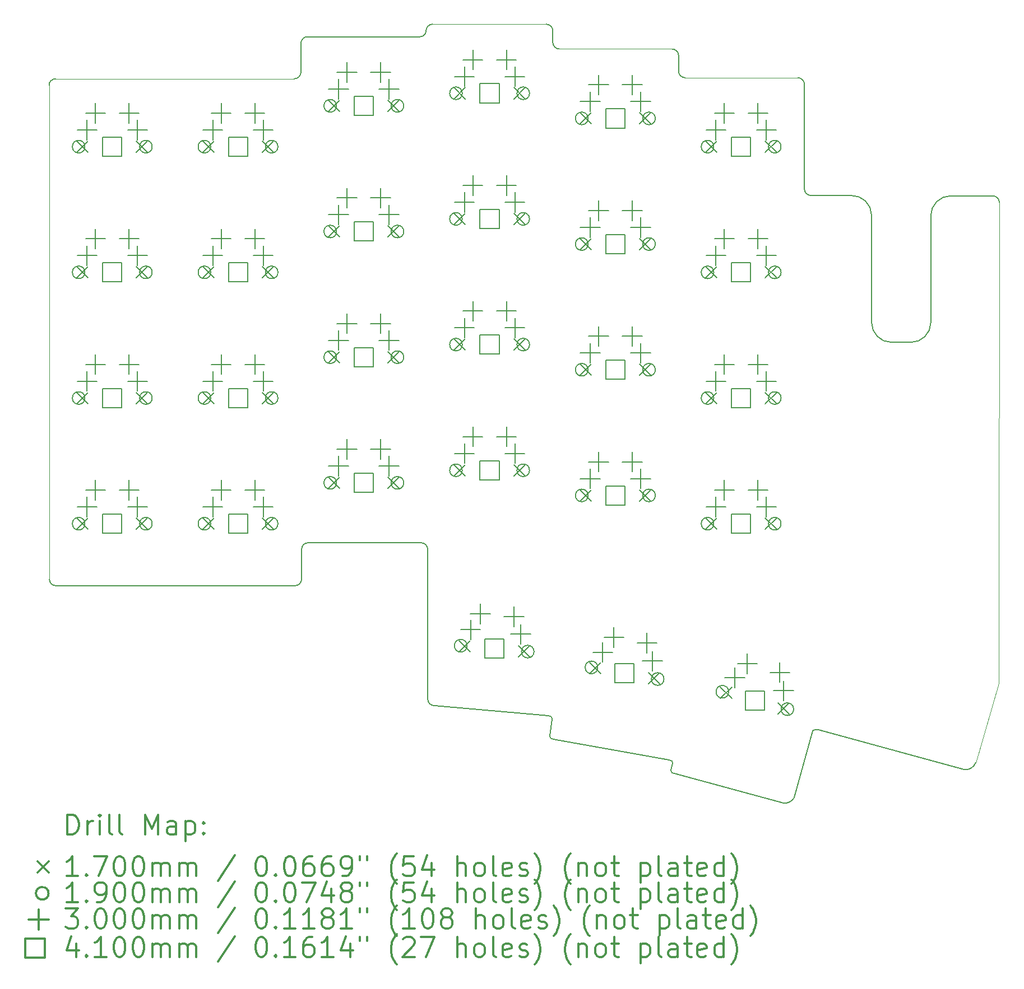
<source format=gbr>
%FSLAX45Y45*%
G04 Gerber Fmt 4.5, Leading zero omitted, Abs format (unit mm)*
G04 Created by KiCad (PCBNEW 5.1.10) date 2021-09-07 21:42:00*
%MOMM*%
%LPD*%
G01*
G04 APERTURE LIST*
%TA.AperFunction,Profile*%
%ADD10C,0.150000*%
%TD*%
%TA.AperFunction,Profile*%
%ADD11C,0.100000*%
%TD*%
%ADD12C,0.200000*%
%ADD13C,0.300000*%
G04 APERTURE END LIST*
D10*
X21361389Y-15695509D02*
G75*
G02*
X21190000Y-15800000I-151389J55509D01*
G01*
X14915000Y-14985000D02*
G75*
G02*
X14965000Y-15035000I0J-50000D01*
G01*
X14977500Y-15340000D02*
G75*
G02*
X14927500Y-15290000I0J50000D01*
G01*
X16737500Y-15655000D02*
G75*
G02*
X16787500Y-15705000I0J-50000D01*
G01*
X16757500Y-15810000D02*
X16787500Y-15705000D01*
X16807500Y-15860000D02*
G75*
G02*
X16757500Y-15810000I0J50000D01*
G01*
X14965000Y-15035000D02*
X14927500Y-15290000D01*
X18985000Y-15200000D02*
X21190000Y-15800000D01*
X20985000Y-7125000D02*
X21620000Y-7125000D01*
X18775000Y-5440000D02*
X18775000Y-7020000D01*
X16875000Y-5005000D02*
X16875000Y-5240000D01*
X14975000Y-4630000D02*
X14975000Y-4805000D01*
X14875000Y-4530000D02*
G75*
G02*
X14975000Y-4630000I0J-100000D01*
G01*
D11*
X11070000Y-5355000D02*
X7465000Y-5355000D01*
X7365000Y-5455000D02*
X7370000Y-12920000D01*
X21710000Y-14490000D02*
X21715000Y-13810000D01*
X21715000Y-13810000D02*
X21720000Y-7225000D01*
X18675000Y-5340000D02*
X16975000Y-5340000D01*
X16775000Y-4905000D02*
X15075000Y-4905000D01*
X14875000Y-4530000D02*
X13160000Y-4530000D01*
D10*
X18620242Y-16224575D02*
X18900559Y-15210915D01*
X18900559Y-15210915D02*
G75*
G02*
X18985000Y-15200000I54441J-89085D01*
G01*
X18620242Y-16224575D02*
G75*
G02*
X18460000Y-16305000I-140242J79575D01*
G01*
X20685000Y-9040000D02*
G75*
G02*
X20385000Y-9340000I-300000J0D01*
G01*
X20090000Y-9340000D02*
G75*
G02*
X19790000Y-9040000I0J300000D01*
G01*
X20385000Y-9340000D02*
X20090000Y-9340000D01*
X20685000Y-7425000D02*
X20685000Y-9040000D01*
X19790000Y-7420000D02*
X19790000Y-9040000D01*
X20685000Y-7425000D02*
G75*
G02*
X20985000Y-7125000I300000J0D01*
G01*
X19485001Y-7120042D02*
G75*
G02*
X19790000Y-7420000I4999J-299958D01*
G01*
X13185000Y-14832500D02*
G75*
G02*
X13085000Y-14732500I0J100000D01*
G01*
X12985000Y-12370000D02*
G75*
G02*
X13085000Y-12470000I0J-100000D01*
G01*
X11180000Y-12470000D02*
G75*
G02*
X11280000Y-12370000I100000J0D01*
G01*
X11180000Y-12920000D02*
G75*
G02*
X11080000Y-13020000I-100000J0D01*
G01*
X11180000Y-12470000D02*
X11180000Y-12920000D01*
X12985000Y-12370000D02*
X11280000Y-12370000D01*
X13085000Y-14732500D02*
X13085000Y-12470000D01*
X16807500Y-15860000D02*
X18460000Y-16305000D01*
X14977500Y-15340000D02*
X16737500Y-15655000D01*
X13185000Y-14832500D02*
X14915000Y-14985000D01*
X7470000Y-13020000D02*
X11080000Y-13020000D01*
X15075000Y-4905000D02*
G75*
G02*
X14975000Y-4805000I0J100000D01*
G01*
X13060290Y-4634502D02*
G75*
G02*
X12965000Y-4720000I-90041J4502D01*
G01*
X7470000Y-13020000D02*
G75*
G02*
X7370000Y-12920000I0J100000D01*
G01*
X18875000Y-7120000D02*
G75*
G02*
X18775000Y-7020000I0J100000D01*
G01*
X18875000Y-7120000D02*
X19485000Y-7120000D01*
X16975000Y-5340000D02*
G75*
G02*
X16875000Y-5240000I0J100000D01*
G01*
X11270000Y-4720000D02*
X12965000Y-4720000D01*
X11170000Y-5255000D02*
X11170000Y-4820000D01*
X7365000Y-5455000D02*
G75*
G02*
X7465000Y-5355000I100000J0D01*
G01*
X21620000Y-7125000D02*
G75*
G02*
X21720000Y-7225000I0J-100000D01*
G01*
X18675000Y-5340000D02*
G75*
G02*
X18775000Y-5440000I0J-100000D01*
G01*
X16775000Y-4905000D02*
G75*
G02*
X16875000Y-5005000I0J-100000D01*
G01*
X13060102Y-4634510D02*
G75*
G02*
X13160000Y-4530000I99898J4510D01*
G01*
X11170000Y-4820000D02*
G75*
G02*
X11270000Y-4720000I100000J0D01*
G01*
X11170000Y-5255000D02*
G75*
G02*
X11070000Y-5355000I-100000J0D01*
G01*
D11*
X21361389Y-15695509D02*
X21710000Y-14490000D01*
D12*
X7785000Y-6297000D02*
X7955000Y-6467000D01*
X7955000Y-6297000D02*
X7785000Y-6467000D01*
X7785000Y-8197000D02*
X7955000Y-8367000D01*
X7955000Y-8197000D02*
X7785000Y-8367000D01*
X7785000Y-10097000D02*
X7955000Y-10267000D01*
X7955000Y-10097000D02*
X7785000Y-10267000D01*
X7785000Y-11997000D02*
X7955000Y-12167000D01*
X7955000Y-11997000D02*
X7785000Y-12167000D01*
X8685000Y-6297000D02*
X8855000Y-6467000D01*
X8855000Y-6297000D02*
X8685000Y-6467000D01*
X8685000Y-8197000D02*
X8855000Y-8367000D01*
X8855000Y-8197000D02*
X8685000Y-8367000D01*
X8685000Y-10097000D02*
X8855000Y-10267000D01*
X8855000Y-10097000D02*
X8685000Y-10267000D01*
X8685000Y-11997000D02*
X8855000Y-12167000D01*
X8855000Y-11997000D02*
X8685000Y-12167000D01*
X9685000Y-6297000D02*
X9855000Y-6467000D01*
X9855000Y-6297000D02*
X9685000Y-6467000D01*
X9685000Y-8197000D02*
X9855000Y-8367000D01*
X9855000Y-8197000D02*
X9685000Y-8367000D01*
X9685000Y-10097000D02*
X9855000Y-10267000D01*
X9855000Y-10097000D02*
X9685000Y-10267000D01*
X9685000Y-11997000D02*
X9855000Y-12167000D01*
X9855000Y-11997000D02*
X9685000Y-12167000D01*
X10585000Y-6297000D02*
X10755000Y-6467000D01*
X10755000Y-6297000D02*
X10585000Y-6467000D01*
X10585000Y-8197000D02*
X10755000Y-8367000D01*
X10755000Y-8197000D02*
X10585000Y-8367000D01*
X10585000Y-10097000D02*
X10755000Y-10267000D01*
X10755000Y-10097000D02*
X10585000Y-10267000D01*
X10585000Y-11997000D02*
X10755000Y-12167000D01*
X10755000Y-11997000D02*
X10585000Y-12167000D01*
X11585000Y-5679500D02*
X11755000Y-5849500D01*
X11755000Y-5679500D02*
X11585000Y-5849500D01*
X11585000Y-7579500D02*
X11755000Y-7749500D01*
X11755000Y-7579500D02*
X11585000Y-7749500D01*
X11585000Y-9479500D02*
X11755000Y-9649500D01*
X11755000Y-9479500D02*
X11585000Y-9649500D01*
X11585000Y-11379500D02*
X11755000Y-11549500D01*
X11755000Y-11379500D02*
X11585000Y-11549500D01*
X12485000Y-5679500D02*
X12655000Y-5849500D01*
X12655000Y-5679500D02*
X12485000Y-5849500D01*
X12485000Y-7579500D02*
X12655000Y-7749500D01*
X12655000Y-7579500D02*
X12485000Y-7749500D01*
X12485000Y-9479500D02*
X12655000Y-9649500D01*
X12655000Y-9479500D02*
X12485000Y-9649500D01*
X12485000Y-11379500D02*
X12655000Y-11549500D01*
X12655000Y-11379500D02*
X12485000Y-11549500D01*
X13485000Y-5489500D02*
X13655000Y-5659500D01*
X13655000Y-5489500D02*
X13485000Y-5659500D01*
X13485000Y-7389500D02*
X13655000Y-7559500D01*
X13655000Y-7389500D02*
X13485000Y-7559500D01*
X13485000Y-9289500D02*
X13655000Y-9459500D01*
X13655000Y-9289500D02*
X13485000Y-9459500D01*
X13485000Y-11189500D02*
X13655000Y-11359500D01*
X13655000Y-11189500D02*
X13485000Y-11359500D01*
X13556412Y-13847280D02*
X13726412Y-14017280D01*
X13726412Y-13847280D02*
X13556412Y-14017280D01*
X14385000Y-5489500D02*
X14555000Y-5659500D01*
X14555000Y-5489500D02*
X14385000Y-5659500D01*
X14385000Y-7389500D02*
X14555000Y-7559500D01*
X14555000Y-7389500D02*
X14385000Y-7559500D01*
X14385000Y-9289500D02*
X14555000Y-9459500D01*
X14555000Y-9289500D02*
X14385000Y-9459500D01*
X14385000Y-11189500D02*
X14555000Y-11359500D01*
X14555000Y-11189500D02*
X14385000Y-11359500D01*
X14452988Y-13925720D02*
X14622988Y-14095720D01*
X14622988Y-13925720D02*
X14452988Y-14095720D01*
X15385000Y-5869500D02*
X15555000Y-6039500D01*
X15555000Y-5869500D02*
X15385000Y-6039500D01*
X15385000Y-7769500D02*
X15555000Y-7939500D01*
X15555000Y-7769500D02*
X15385000Y-7939500D01*
X15385000Y-9669500D02*
X15555000Y-9839500D01*
X15555000Y-9669500D02*
X15385000Y-9839500D01*
X15385000Y-11569500D02*
X15555000Y-11739500D01*
X15555000Y-11569500D02*
X15385000Y-11739500D01*
X15530736Y-14179158D02*
X15700736Y-14349158D01*
X15700736Y-14179158D02*
X15530736Y-14349158D01*
X16285000Y-5869500D02*
X16455000Y-6039500D01*
X16455000Y-5869500D02*
X16285000Y-6039500D01*
X16285000Y-7769500D02*
X16455000Y-7939500D01*
X16455000Y-7769500D02*
X16285000Y-7939500D01*
X16285000Y-9669500D02*
X16455000Y-9839500D01*
X16455000Y-9669500D02*
X16285000Y-9839500D01*
X16285000Y-11569500D02*
X16455000Y-11739500D01*
X16455000Y-11569500D02*
X16285000Y-11739500D01*
X16417063Y-14335442D02*
X16587063Y-14505442D01*
X16587063Y-14335442D02*
X16417063Y-14505442D01*
X17285000Y-6297000D02*
X17455000Y-6467000D01*
X17455000Y-6297000D02*
X17285000Y-6467000D01*
X17285000Y-8197000D02*
X17455000Y-8367000D01*
X17455000Y-8197000D02*
X17285000Y-8367000D01*
X17285000Y-10097000D02*
X17455000Y-10267000D01*
X17455000Y-10097000D02*
X17285000Y-10267000D01*
X17285000Y-11997000D02*
X17455000Y-12167000D01*
X17455000Y-11997000D02*
X17285000Y-12167000D01*
X17507433Y-14553231D02*
X17677433Y-14723231D01*
X17677433Y-14553231D02*
X17507433Y-14723231D01*
X18185000Y-6297000D02*
X18355000Y-6467000D01*
X18355000Y-6297000D02*
X18185000Y-6467000D01*
X18185000Y-8197000D02*
X18355000Y-8367000D01*
X18355000Y-8197000D02*
X18185000Y-8367000D01*
X18185000Y-10097000D02*
X18355000Y-10267000D01*
X18355000Y-10097000D02*
X18185000Y-10267000D01*
X18185000Y-11997000D02*
X18355000Y-12167000D01*
X18355000Y-11997000D02*
X18185000Y-12167000D01*
X18376767Y-14786169D02*
X18546767Y-14956169D01*
X18546767Y-14786169D02*
X18376767Y-14956169D01*
X7907000Y-6382000D02*
G75*
G03*
X7907000Y-6382000I-95000J0D01*
G01*
X7907000Y-8282000D02*
G75*
G03*
X7907000Y-8282000I-95000J0D01*
G01*
X7907000Y-10182000D02*
G75*
G03*
X7907000Y-10182000I-95000J0D01*
G01*
X7907000Y-12082000D02*
G75*
G03*
X7907000Y-12082000I-95000J0D01*
G01*
X8923000Y-6382000D02*
G75*
G03*
X8923000Y-6382000I-95000J0D01*
G01*
X8923000Y-8282000D02*
G75*
G03*
X8923000Y-8282000I-95000J0D01*
G01*
X8923000Y-10182000D02*
G75*
G03*
X8923000Y-10182000I-95000J0D01*
G01*
X8923000Y-12082000D02*
G75*
G03*
X8923000Y-12082000I-95000J0D01*
G01*
X9807000Y-6382000D02*
G75*
G03*
X9807000Y-6382000I-95000J0D01*
G01*
X9807000Y-8282000D02*
G75*
G03*
X9807000Y-8282000I-95000J0D01*
G01*
X9807000Y-10182000D02*
G75*
G03*
X9807000Y-10182000I-95000J0D01*
G01*
X9807000Y-12082000D02*
G75*
G03*
X9807000Y-12082000I-95000J0D01*
G01*
X10823000Y-6382000D02*
G75*
G03*
X10823000Y-6382000I-95000J0D01*
G01*
X10823000Y-8282000D02*
G75*
G03*
X10823000Y-8282000I-95000J0D01*
G01*
X10823000Y-10182000D02*
G75*
G03*
X10823000Y-10182000I-95000J0D01*
G01*
X10823000Y-12082000D02*
G75*
G03*
X10823000Y-12082000I-95000J0D01*
G01*
X11707000Y-5764500D02*
G75*
G03*
X11707000Y-5764500I-95000J0D01*
G01*
X11707000Y-7664500D02*
G75*
G03*
X11707000Y-7664500I-95000J0D01*
G01*
X11707000Y-9564500D02*
G75*
G03*
X11707000Y-9564500I-95000J0D01*
G01*
X11707000Y-11464500D02*
G75*
G03*
X11707000Y-11464500I-95000J0D01*
G01*
X12723000Y-5764500D02*
G75*
G03*
X12723000Y-5764500I-95000J0D01*
G01*
X12723000Y-7664500D02*
G75*
G03*
X12723000Y-7664500I-95000J0D01*
G01*
X12723000Y-9564500D02*
G75*
G03*
X12723000Y-9564500I-95000J0D01*
G01*
X12723000Y-11464500D02*
G75*
G03*
X12723000Y-11464500I-95000J0D01*
G01*
X13607000Y-5574500D02*
G75*
G03*
X13607000Y-5574500I-95000J0D01*
G01*
X13607000Y-7474500D02*
G75*
G03*
X13607000Y-7474500I-95000J0D01*
G01*
X13607000Y-9374500D02*
G75*
G03*
X13607000Y-9374500I-95000J0D01*
G01*
X13607000Y-11274500D02*
G75*
G03*
X13607000Y-11274500I-95000J0D01*
G01*
X13678633Y-13927225D02*
G75*
G03*
X13678633Y-13927225I-95000J0D01*
G01*
X14623000Y-5574500D02*
G75*
G03*
X14623000Y-5574500I-95000J0D01*
G01*
X14623000Y-7474500D02*
G75*
G03*
X14623000Y-7474500I-95000J0D01*
G01*
X14623000Y-9374500D02*
G75*
G03*
X14623000Y-9374500I-95000J0D01*
G01*
X14623000Y-11274500D02*
G75*
G03*
X14623000Y-11274500I-95000J0D01*
G01*
X14690767Y-14015775D02*
G75*
G03*
X14690767Y-14015775I-95000J0D01*
G01*
X15507000Y-5954500D02*
G75*
G03*
X15507000Y-5954500I-95000J0D01*
G01*
X15507000Y-7854500D02*
G75*
G03*
X15507000Y-7854500I-95000J0D01*
G01*
X15507000Y-9754500D02*
G75*
G03*
X15507000Y-9754500I-95000J0D01*
G01*
X15507000Y-11654500D02*
G75*
G03*
X15507000Y-11654500I-95000J0D01*
G01*
X15653618Y-14254087D02*
G75*
G03*
X15653618Y-14254087I-95000J0D01*
G01*
X16523000Y-5954500D02*
G75*
G03*
X16523000Y-5954500I-95000J0D01*
G01*
X16523000Y-7854500D02*
G75*
G03*
X16523000Y-7854500I-95000J0D01*
G01*
X16523000Y-9754500D02*
G75*
G03*
X16523000Y-9754500I-95000J0D01*
G01*
X16523000Y-11654500D02*
G75*
G03*
X16523000Y-11654500I-95000J0D01*
G01*
X16654182Y-14430513D02*
G75*
G03*
X16654182Y-14430513I-95000J0D01*
G01*
X17407000Y-6382000D02*
G75*
G03*
X17407000Y-6382000I-95000J0D01*
G01*
X17407000Y-8282000D02*
G75*
G03*
X17407000Y-8282000I-95000J0D01*
G01*
X17407000Y-10182000D02*
G75*
G03*
X17407000Y-10182000I-95000J0D01*
G01*
X17407000Y-12082000D02*
G75*
G03*
X17407000Y-12082000I-95000J0D01*
G01*
X17631410Y-14623220D02*
G75*
G03*
X17631410Y-14623220I-95000J0D01*
G01*
X18423000Y-6382000D02*
G75*
G03*
X18423000Y-6382000I-95000J0D01*
G01*
X18423000Y-8282000D02*
G75*
G03*
X18423000Y-8282000I-95000J0D01*
G01*
X18423000Y-10182000D02*
G75*
G03*
X18423000Y-10182000I-95000J0D01*
G01*
X18423000Y-12082000D02*
G75*
G03*
X18423000Y-12082000I-95000J0D01*
G01*
X18612790Y-14886180D02*
G75*
G03*
X18612790Y-14886180I-95000J0D01*
G01*
X7939000Y-5978000D02*
X7939000Y-6278000D01*
X7789000Y-6128000D02*
X8089000Y-6128000D01*
X7939000Y-7878000D02*
X7939000Y-8178000D01*
X7789000Y-8028000D02*
X8089000Y-8028000D01*
X7939000Y-9778000D02*
X7939000Y-10078000D01*
X7789000Y-9928000D02*
X8089000Y-9928000D01*
X7939000Y-11678000D02*
X7939000Y-11978000D01*
X7789000Y-11828000D02*
X8089000Y-11828000D01*
X8066000Y-5724000D02*
X8066000Y-6024000D01*
X7916000Y-5874000D02*
X8216000Y-5874000D01*
X8066000Y-7624000D02*
X8066000Y-7924000D01*
X7916000Y-7774000D02*
X8216000Y-7774000D01*
X8066000Y-9524000D02*
X8066000Y-9824000D01*
X7916000Y-9674000D02*
X8216000Y-9674000D01*
X8066000Y-11424000D02*
X8066000Y-11724000D01*
X7916000Y-11574000D02*
X8216000Y-11574000D01*
X8574000Y-5724000D02*
X8574000Y-6024000D01*
X8424000Y-5874000D02*
X8724000Y-5874000D01*
X8574000Y-7624000D02*
X8574000Y-7924000D01*
X8424000Y-7774000D02*
X8724000Y-7774000D01*
X8574000Y-9524000D02*
X8574000Y-9824000D01*
X8424000Y-9674000D02*
X8724000Y-9674000D01*
X8574000Y-11424000D02*
X8574000Y-11724000D01*
X8424000Y-11574000D02*
X8724000Y-11574000D01*
X8701000Y-5978000D02*
X8701000Y-6278000D01*
X8551000Y-6128000D02*
X8851000Y-6128000D01*
X8701000Y-7878000D02*
X8701000Y-8178000D01*
X8551000Y-8028000D02*
X8851000Y-8028000D01*
X8701000Y-9778000D02*
X8701000Y-10078000D01*
X8551000Y-9928000D02*
X8851000Y-9928000D01*
X8701000Y-11678000D02*
X8701000Y-11978000D01*
X8551000Y-11828000D02*
X8851000Y-11828000D01*
X9839000Y-5978000D02*
X9839000Y-6278000D01*
X9689000Y-6128000D02*
X9989000Y-6128000D01*
X9839000Y-7878000D02*
X9839000Y-8178000D01*
X9689000Y-8028000D02*
X9989000Y-8028000D01*
X9839000Y-9778000D02*
X9839000Y-10078000D01*
X9689000Y-9928000D02*
X9989000Y-9928000D01*
X9839000Y-11678000D02*
X9839000Y-11978000D01*
X9689000Y-11828000D02*
X9989000Y-11828000D01*
X9966000Y-5724000D02*
X9966000Y-6024000D01*
X9816000Y-5874000D02*
X10116000Y-5874000D01*
X9966000Y-7624000D02*
X9966000Y-7924000D01*
X9816000Y-7774000D02*
X10116000Y-7774000D01*
X9966000Y-9524000D02*
X9966000Y-9824000D01*
X9816000Y-9674000D02*
X10116000Y-9674000D01*
X9966000Y-11424000D02*
X9966000Y-11724000D01*
X9816000Y-11574000D02*
X10116000Y-11574000D01*
X10474000Y-5724000D02*
X10474000Y-6024000D01*
X10324000Y-5874000D02*
X10624000Y-5874000D01*
X10474000Y-7624000D02*
X10474000Y-7924000D01*
X10324000Y-7774000D02*
X10624000Y-7774000D01*
X10474000Y-9524000D02*
X10474000Y-9824000D01*
X10324000Y-9674000D02*
X10624000Y-9674000D01*
X10474000Y-11424000D02*
X10474000Y-11724000D01*
X10324000Y-11574000D02*
X10624000Y-11574000D01*
X10601000Y-5978000D02*
X10601000Y-6278000D01*
X10451000Y-6128000D02*
X10751000Y-6128000D01*
X10601000Y-7878000D02*
X10601000Y-8178000D01*
X10451000Y-8028000D02*
X10751000Y-8028000D01*
X10601000Y-9778000D02*
X10601000Y-10078000D01*
X10451000Y-9928000D02*
X10751000Y-9928000D01*
X10601000Y-11678000D02*
X10601000Y-11978000D01*
X10451000Y-11828000D02*
X10751000Y-11828000D01*
X11739000Y-5360500D02*
X11739000Y-5660500D01*
X11589000Y-5510500D02*
X11889000Y-5510500D01*
X11739000Y-7260500D02*
X11739000Y-7560500D01*
X11589000Y-7410500D02*
X11889000Y-7410500D01*
X11739000Y-9160500D02*
X11739000Y-9460500D01*
X11589000Y-9310500D02*
X11889000Y-9310500D01*
X11739000Y-11060500D02*
X11739000Y-11360500D01*
X11589000Y-11210500D02*
X11889000Y-11210500D01*
X11866000Y-5106500D02*
X11866000Y-5406500D01*
X11716000Y-5256500D02*
X12016000Y-5256500D01*
X11866000Y-7006500D02*
X11866000Y-7306500D01*
X11716000Y-7156500D02*
X12016000Y-7156500D01*
X11866000Y-8906500D02*
X11866000Y-9206500D01*
X11716000Y-9056500D02*
X12016000Y-9056500D01*
X11866000Y-10806500D02*
X11866000Y-11106500D01*
X11716000Y-10956500D02*
X12016000Y-10956500D01*
X12374000Y-5106500D02*
X12374000Y-5406500D01*
X12224000Y-5256500D02*
X12524000Y-5256500D01*
X12374000Y-7006500D02*
X12374000Y-7306500D01*
X12224000Y-7156500D02*
X12524000Y-7156500D01*
X12374000Y-8906500D02*
X12374000Y-9206500D01*
X12224000Y-9056500D02*
X12524000Y-9056500D01*
X12374000Y-10806500D02*
X12374000Y-11106500D01*
X12224000Y-10956500D02*
X12524000Y-10956500D01*
X12501000Y-5360500D02*
X12501000Y-5660500D01*
X12351000Y-5510500D02*
X12651000Y-5510500D01*
X12501000Y-7260500D02*
X12501000Y-7560500D01*
X12351000Y-7410500D02*
X12651000Y-7410500D01*
X12501000Y-9160500D02*
X12501000Y-9460500D01*
X12351000Y-9310500D02*
X12651000Y-9310500D01*
X12501000Y-11060500D02*
X12501000Y-11360500D01*
X12351000Y-11210500D02*
X12651000Y-11210500D01*
X13639000Y-5170500D02*
X13639000Y-5470500D01*
X13489000Y-5320500D02*
X13789000Y-5320500D01*
X13639000Y-7070500D02*
X13639000Y-7370500D01*
X13489000Y-7220500D02*
X13789000Y-7220500D01*
X13639000Y-8970500D02*
X13639000Y-9270500D01*
X13489000Y-9120500D02*
X13789000Y-9120500D01*
X13639000Y-10870500D02*
X13639000Y-11170500D01*
X13489000Y-11020500D02*
X13789000Y-11020500D01*
X13732287Y-13535260D02*
X13732287Y-13835260D01*
X13582287Y-13685260D02*
X13882287Y-13685260D01*
X13766000Y-4916500D02*
X13766000Y-5216500D01*
X13616000Y-5066500D02*
X13916000Y-5066500D01*
X13766000Y-6816500D02*
X13766000Y-7116500D01*
X13616000Y-6966500D02*
X13916000Y-6966500D01*
X13766000Y-8716500D02*
X13766000Y-9016500D01*
X13616000Y-8866500D02*
X13916000Y-8866500D01*
X13766000Y-10616500D02*
X13766000Y-10916500D01*
X13616000Y-10766500D02*
X13916000Y-10766500D01*
X13880942Y-13293295D02*
X13880942Y-13593295D01*
X13730942Y-13443295D02*
X14030942Y-13443295D01*
X14274000Y-4916500D02*
X14274000Y-5216500D01*
X14124000Y-5066500D02*
X14424000Y-5066500D01*
X14274000Y-6816500D02*
X14274000Y-7116500D01*
X14124000Y-6966500D02*
X14424000Y-6966500D01*
X14274000Y-8716500D02*
X14274000Y-9016500D01*
X14124000Y-8866500D02*
X14424000Y-8866500D01*
X14274000Y-10616500D02*
X14274000Y-10916500D01*
X14124000Y-10766500D02*
X14424000Y-10766500D01*
X14387009Y-13337571D02*
X14387009Y-13637571D01*
X14237009Y-13487571D02*
X14537009Y-13487571D01*
X14401000Y-5170500D02*
X14401000Y-5470500D01*
X14251000Y-5320500D02*
X14551000Y-5320500D01*
X14401000Y-7070500D02*
X14401000Y-7370500D01*
X14251000Y-7220500D02*
X14551000Y-7220500D01*
X14401000Y-8970500D02*
X14401000Y-9270500D01*
X14251000Y-9120500D02*
X14551000Y-9120500D01*
X14401000Y-10870500D02*
X14401000Y-11170500D01*
X14251000Y-11020500D02*
X14551000Y-11020500D01*
X14491388Y-13601673D02*
X14491388Y-13901673D01*
X14341388Y-13751673D02*
X14641388Y-13751673D01*
X15539000Y-5550500D02*
X15539000Y-5850500D01*
X15389000Y-5700500D02*
X15689000Y-5700500D01*
X15539000Y-7450500D02*
X15539000Y-7750500D01*
X15389000Y-7600500D02*
X15689000Y-7600500D01*
X15539000Y-9350500D02*
X15539000Y-9650500D01*
X15389000Y-9500500D02*
X15689000Y-9500500D01*
X15539000Y-11250500D02*
X15539000Y-11550500D01*
X15389000Y-11400500D02*
X15689000Y-11400500D01*
X15666000Y-5296500D02*
X15666000Y-5596500D01*
X15516000Y-5446500D02*
X15816000Y-5446500D01*
X15666000Y-7196500D02*
X15666000Y-7496500D01*
X15516000Y-7346500D02*
X15816000Y-7346500D01*
X15666000Y-9096500D02*
X15666000Y-9396500D01*
X15516000Y-9246500D02*
X15816000Y-9246500D01*
X15666000Y-10996500D02*
X15666000Y-11296500D01*
X15516000Y-11146500D02*
X15816000Y-11146500D01*
X15727795Y-13875999D02*
X15727795Y-14175999D01*
X15577795Y-14025999D02*
X15877795Y-14025999D01*
X15896972Y-13647911D02*
X15896972Y-13947911D01*
X15746972Y-13797911D02*
X16046972Y-13797911D01*
X16174000Y-5296500D02*
X16174000Y-5596500D01*
X16024000Y-5446500D02*
X16324000Y-5446500D01*
X16174000Y-7196500D02*
X16174000Y-7496500D01*
X16024000Y-7346500D02*
X16324000Y-7346500D01*
X16174000Y-9096500D02*
X16174000Y-9396500D01*
X16024000Y-9246500D02*
X16324000Y-9246500D01*
X16174000Y-10996500D02*
X16174000Y-11296500D01*
X16024000Y-11146500D02*
X16324000Y-11146500D01*
X16301000Y-5550500D02*
X16301000Y-5850500D01*
X16151000Y-5700500D02*
X16451000Y-5700500D01*
X16301000Y-7450500D02*
X16301000Y-7750500D01*
X16151000Y-7600500D02*
X16451000Y-7600500D01*
X16301000Y-9350500D02*
X16301000Y-9650500D01*
X16151000Y-9500500D02*
X16451000Y-9500500D01*
X16301000Y-11250500D02*
X16301000Y-11550500D01*
X16151000Y-11400500D02*
X16451000Y-11400500D01*
X16397254Y-13736124D02*
X16397254Y-14036124D01*
X16247254Y-13886124D02*
X16547254Y-13886124D01*
X16478218Y-14008319D02*
X16478218Y-14308319D01*
X16328218Y-14158319D02*
X16628218Y-14158319D01*
X17439000Y-5978000D02*
X17439000Y-6278000D01*
X17289000Y-6128000D02*
X17589000Y-6128000D01*
X17439000Y-7878000D02*
X17439000Y-8178000D01*
X17289000Y-8028000D02*
X17589000Y-8028000D01*
X17439000Y-9778000D02*
X17439000Y-10078000D01*
X17289000Y-9928000D02*
X17589000Y-9928000D01*
X17439000Y-11678000D02*
X17439000Y-11978000D01*
X17289000Y-11828000D02*
X17589000Y-11828000D01*
X17566000Y-5724000D02*
X17566000Y-6024000D01*
X17416000Y-5874000D02*
X17716000Y-5874000D01*
X17566000Y-7624000D02*
X17566000Y-7924000D01*
X17416000Y-7774000D02*
X17716000Y-7774000D01*
X17566000Y-9524000D02*
X17566000Y-9824000D01*
X17416000Y-9674000D02*
X17716000Y-9674000D01*
X17566000Y-11424000D02*
X17566000Y-11724000D01*
X17416000Y-11574000D02*
X17716000Y-11574000D01*
X17724822Y-14260745D02*
X17724822Y-14560745D01*
X17574822Y-14410745D02*
X17874822Y-14410745D01*
X17913235Y-14048270D02*
X17913235Y-14348270D01*
X17763235Y-14198270D02*
X18063235Y-14198270D01*
X18074000Y-5724000D02*
X18074000Y-6024000D01*
X17924000Y-5874000D02*
X18224000Y-5874000D01*
X18074000Y-7624000D02*
X18074000Y-7924000D01*
X17924000Y-7774000D02*
X18224000Y-7774000D01*
X18074000Y-9524000D02*
X18074000Y-9824000D01*
X17924000Y-9674000D02*
X18224000Y-9674000D01*
X18074000Y-11424000D02*
X18074000Y-11724000D01*
X17924000Y-11574000D02*
X18224000Y-11574000D01*
X18201000Y-5978000D02*
X18201000Y-6278000D01*
X18051000Y-6128000D02*
X18351000Y-6128000D01*
X18201000Y-7878000D02*
X18201000Y-8178000D01*
X18051000Y-8028000D02*
X18351000Y-8028000D01*
X18201000Y-9778000D02*
X18201000Y-10078000D01*
X18051000Y-9928000D02*
X18351000Y-9928000D01*
X18201000Y-11678000D02*
X18201000Y-11978000D01*
X18051000Y-11828000D02*
X18351000Y-11828000D01*
X18403925Y-14179750D02*
X18403925Y-14479750D01*
X18253925Y-14329750D02*
X18553925Y-14329750D01*
X18460858Y-14457965D02*
X18460858Y-14757965D01*
X18310858Y-14607965D02*
X18610858Y-14607965D01*
X8464958Y-6526958D02*
X8464958Y-6237042D01*
X8175042Y-6237042D01*
X8175042Y-6526958D01*
X8464958Y-6526958D01*
X8464958Y-8426958D02*
X8464958Y-8137042D01*
X8175042Y-8137042D01*
X8175042Y-8426958D01*
X8464958Y-8426958D01*
X8464958Y-10326958D02*
X8464958Y-10037042D01*
X8175042Y-10037042D01*
X8175042Y-10326958D01*
X8464958Y-10326958D01*
X8464958Y-12226958D02*
X8464958Y-11937042D01*
X8175042Y-11937042D01*
X8175042Y-12226958D01*
X8464958Y-12226958D01*
X10364958Y-6526958D02*
X10364958Y-6237042D01*
X10075042Y-6237042D01*
X10075042Y-6526958D01*
X10364958Y-6526958D01*
X10364958Y-8426958D02*
X10364958Y-8137042D01*
X10075042Y-8137042D01*
X10075042Y-8426958D01*
X10364958Y-8426958D01*
X10364958Y-10326958D02*
X10364958Y-10037042D01*
X10075042Y-10037042D01*
X10075042Y-10326958D01*
X10364958Y-10326958D01*
X10364958Y-12226958D02*
X10364958Y-11937042D01*
X10075042Y-11937042D01*
X10075042Y-12226958D01*
X10364958Y-12226958D01*
X12264958Y-5909458D02*
X12264958Y-5619542D01*
X11975042Y-5619542D01*
X11975042Y-5909458D01*
X12264958Y-5909458D01*
X12264958Y-7809458D02*
X12264958Y-7519542D01*
X11975042Y-7519542D01*
X11975042Y-7809458D01*
X12264958Y-7809458D01*
X12264958Y-9709458D02*
X12264958Y-9419542D01*
X11975042Y-9419542D01*
X11975042Y-9709458D01*
X12264958Y-9709458D01*
X12264958Y-11609458D02*
X12264958Y-11319542D01*
X11975042Y-11319542D01*
X11975042Y-11609458D01*
X12264958Y-11609458D01*
X14164958Y-5719458D02*
X14164958Y-5429542D01*
X13875042Y-5429542D01*
X13875042Y-5719458D01*
X14164958Y-5719458D01*
X14164958Y-7619458D02*
X14164958Y-7329542D01*
X13875042Y-7329542D01*
X13875042Y-7619458D01*
X14164958Y-7619458D01*
X14164958Y-9519458D02*
X14164958Y-9229542D01*
X13875042Y-9229542D01*
X13875042Y-9519458D01*
X14164958Y-9519458D01*
X14164958Y-11419458D02*
X14164958Y-11129542D01*
X13875042Y-11129542D01*
X13875042Y-11419458D01*
X14164958Y-11419458D01*
X14234658Y-14116458D02*
X14234658Y-13826542D01*
X13944742Y-13826542D01*
X13944742Y-14116458D01*
X14234658Y-14116458D01*
X16064958Y-6099458D02*
X16064958Y-5809542D01*
X15775042Y-5809542D01*
X15775042Y-6099458D01*
X16064958Y-6099458D01*
X16064958Y-7999458D02*
X16064958Y-7709542D01*
X15775042Y-7709542D01*
X15775042Y-7999458D01*
X16064958Y-7999458D01*
X16064958Y-9899458D02*
X16064958Y-9609542D01*
X15775042Y-9609542D01*
X15775042Y-9899458D01*
X16064958Y-9899458D01*
X16064958Y-11799458D02*
X16064958Y-11509542D01*
X15775042Y-11509542D01*
X15775042Y-11799458D01*
X16064958Y-11799458D01*
X16203858Y-14487258D02*
X16203858Y-14197342D01*
X15913942Y-14197342D01*
X15913942Y-14487258D01*
X16203858Y-14487258D01*
X17964958Y-6526958D02*
X17964958Y-6237042D01*
X17675042Y-6237042D01*
X17675042Y-6526958D01*
X17964958Y-6526958D01*
X17964958Y-8426958D02*
X17964958Y-8137042D01*
X17675042Y-8137042D01*
X17675042Y-8426958D01*
X17964958Y-8426958D01*
X17964958Y-10326958D02*
X17964958Y-10037042D01*
X17675042Y-10037042D01*
X17675042Y-10326958D01*
X17964958Y-10326958D01*
X17964958Y-12226958D02*
X17964958Y-11937042D01*
X17675042Y-11937042D01*
X17675042Y-12226958D01*
X17964958Y-12226958D01*
X18172058Y-14899658D02*
X18172058Y-14609742D01*
X17882142Y-14609742D01*
X17882142Y-14899658D01*
X18172058Y-14899658D01*
D13*
X7643928Y-16779459D02*
X7643928Y-16479459D01*
X7715357Y-16479459D01*
X7758214Y-16493745D01*
X7786786Y-16522317D01*
X7801071Y-16550888D01*
X7815357Y-16608031D01*
X7815357Y-16650888D01*
X7801071Y-16708031D01*
X7786786Y-16736602D01*
X7758214Y-16765174D01*
X7715357Y-16779459D01*
X7643928Y-16779459D01*
X7943928Y-16779459D02*
X7943928Y-16579459D01*
X7943928Y-16636602D02*
X7958214Y-16608031D01*
X7972500Y-16593745D01*
X8001071Y-16579459D01*
X8029643Y-16579459D01*
X8129643Y-16779459D02*
X8129643Y-16579459D01*
X8129643Y-16479459D02*
X8115357Y-16493745D01*
X8129643Y-16508031D01*
X8143928Y-16493745D01*
X8129643Y-16479459D01*
X8129643Y-16508031D01*
X8315357Y-16779459D02*
X8286786Y-16765174D01*
X8272500Y-16736602D01*
X8272500Y-16479459D01*
X8472500Y-16779459D02*
X8443928Y-16765174D01*
X8429643Y-16736602D01*
X8429643Y-16479459D01*
X8815357Y-16779459D02*
X8815357Y-16479459D01*
X8915357Y-16693745D01*
X9015357Y-16479459D01*
X9015357Y-16779459D01*
X9286786Y-16779459D02*
X9286786Y-16622317D01*
X9272500Y-16593745D01*
X9243928Y-16579459D01*
X9186786Y-16579459D01*
X9158214Y-16593745D01*
X9286786Y-16765174D02*
X9258214Y-16779459D01*
X9186786Y-16779459D01*
X9158214Y-16765174D01*
X9143928Y-16736602D01*
X9143928Y-16708031D01*
X9158214Y-16679459D01*
X9186786Y-16665174D01*
X9258214Y-16665174D01*
X9286786Y-16650888D01*
X9429643Y-16579459D02*
X9429643Y-16879459D01*
X9429643Y-16593745D02*
X9458214Y-16579459D01*
X9515357Y-16579459D01*
X9543928Y-16593745D01*
X9558214Y-16608031D01*
X9572500Y-16636602D01*
X9572500Y-16722317D01*
X9558214Y-16750888D01*
X9543928Y-16765174D01*
X9515357Y-16779459D01*
X9458214Y-16779459D01*
X9429643Y-16765174D01*
X9701071Y-16750888D02*
X9715357Y-16765174D01*
X9701071Y-16779459D01*
X9686786Y-16765174D01*
X9701071Y-16750888D01*
X9701071Y-16779459D01*
X9701071Y-16593745D02*
X9715357Y-16608031D01*
X9701071Y-16622317D01*
X9686786Y-16608031D01*
X9701071Y-16593745D01*
X9701071Y-16622317D01*
X7187500Y-17188745D02*
X7357500Y-17358745D01*
X7357500Y-17188745D02*
X7187500Y-17358745D01*
X7801071Y-17409459D02*
X7629643Y-17409459D01*
X7715357Y-17409459D02*
X7715357Y-17109459D01*
X7686786Y-17152317D01*
X7658214Y-17180888D01*
X7629643Y-17195174D01*
X7929643Y-17380888D02*
X7943928Y-17395174D01*
X7929643Y-17409459D01*
X7915357Y-17395174D01*
X7929643Y-17380888D01*
X7929643Y-17409459D01*
X8043928Y-17109459D02*
X8243928Y-17109459D01*
X8115357Y-17409459D01*
X8415357Y-17109459D02*
X8443928Y-17109459D01*
X8472500Y-17123745D01*
X8486786Y-17138031D01*
X8501071Y-17166602D01*
X8515357Y-17223745D01*
X8515357Y-17295174D01*
X8501071Y-17352317D01*
X8486786Y-17380888D01*
X8472500Y-17395174D01*
X8443928Y-17409459D01*
X8415357Y-17409459D01*
X8386786Y-17395174D01*
X8372500Y-17380888D01*
X8358214Y-17352317D01*
X8343928Y-17295174D01*
X8343928Y-17223745D01*
X8358214Y-17166602D01*
X8372500Y-17138031D01*
X8386786Y-17123745D01*
X8415357Y-17109459D01*
X8701071Y-17109459D02*
X8729643Y-17109459D01*
X8758214Y-17123745D01*
X8772500Y-17138031D01*
X8786786Y-17166602D01*
X8801071Y-17223745D01*
X8801071Y-17295174D01*
X8786786Y-17352317D01*
X8772500Y-17380888D01*
X8758214Y-17395174D01*
X8729643Y-17409459D01*
X8701071Y-17409459D01*
X8672500Y-17395174D01*
X8658214Y-17380888D01*
X8643928Y-17352317D01*
X8629643Y-17295174D01*
X8629643Y-17223745D01*
X8643928Y-17166602D01*
X8658214Y-17138031D01*
X8672500Y-17123745D01*
X8701071Y-17109459D01*
X8929643Y-17409459D02*
X8929643Y-17209459D01*
X8929643Y-17238031D02*
X8943928Y-17223745D01*
X8972500Y-17209459D01*
X9015357Y-17209459D01*
X9043928Y-17223745D01*
X9058214Y-17252317D01*
X9058214Y-17409459D01*
X9058214Y-17252317D02*
X9072500Y-17223745D01*
X9101071Y-17209459D01*
X9143928Y-17209459D01*
X9172500Y-17223745D01*
X9186786Y-17252317D01*
X9186786Y-17409459D01*
X9329643Y-17409459D02*
X9329643Y-17209459D01*
X9329643Y-17238031D02*
X9343928Y-17223745D01*
X9372500Y-17209459D01*
X9415357Y-17209459D01*
X9443928Y-17223745D01*
X9458214Y-17252317D01*
X9458214Y-17409459D01*
X9458214Y-17252317D02*
X9472500Y-17223745D01*
X9501071Y-17209459D01*
X9543928Y-17209459D01*
X9572500Y-17223745D01*
X9586786Y-17252317D01*
X9586786Y-17409459D01*
X10172500Y-17095174D02*
X9915357Y-17480888D01*
X10558214Y-17109459D02*
X10586786Y-17109459D01*
X10615357Y-17123745D01*
X10629643Y-17138031D01*
X10643928Y-17166602D01*
X10658214Y-17223745D01*
X10658214Y-17295174D01*
X10643928Y-17352317D01*
X10629643Y-17380888D01*
X10615357Y-17395174D01*
X10586786Y-17409459D01*
X10558214Y-17409459D01*
X10529643Y-17395174D01*
X10515357Y-17380888D01*
X10501071Y-17352317D01*
X10486786Y-17295174D01*
X10486786Y-17223745D01*
X10501071Y-17166602D01*
X10515357Y-17138031D01*
X10529643Y-17123745D01*
X10558214Y-17109459D01*
X10786786Y-17380888D02*
X10801071Y-17395174D01*
X10786786Y-17409459D01*
X10772500Y-17395174D01*
X10786786Y-17380888D01*
X10786786Y-17409459D01*
X10986786Y-17109459D02*
X11015357Y-17109459D01*
X11043928Y-17123745D01*
X11058214Y-17138031D01*
X11072500Y-17166602D01*
X11086786Y-17223745D01*
X11086786Y-17295174D01*
X11072500Y-17352317D01*
X11058214Y-17380888D01*
X11043928Y-17395174D01*
X11015357Y-17409459D01*
X10986786Y-17409459D01*
X10958214Y-17395174D01*
X10943928Y-17380888D01*
X10929643Y-17352317D01*
X10915357Y-17295174D01*
X10915357Y-17223745D01*
X10929643Y-17166602D01*
X10943928Y-17138031D01*
X10958214Y-17123745D01*
X10986786Y-17109459D01*
X11343928Y-17109459D02*
X11286786Y-17109459D01*
X11258214Y-17123745D01*
X11243928Y-17138031D01*
X11215357Y-17180888D01*
X11201071Y-17238031D01*
X11201071Y-17352317D01*
X11215357Y-17380888D01*
X11229643Y-17395174D01*
X11258214Y-17409459D01*
X11315357Y-17409459D01*
X11343928Y-17395174D01*
X11358214Y-17380888D01*
X11372500Y-17352317D01*
X11372500Y-17280888D01*
X11358214Y-17252317D01*
X11343928Y-17238031D01*
X11315357Y-17223745D01*
X11258214Y-17223745D01*
X11229643Y-17238031D01*
X11215357Y-17252317D01*
X11201071Y-17280888D01*
X11629643Y-17109459D02*
X11572500Y-17109459D01*
X11543928Y-17123745D01*
X11529643Y-17138031D01*
X11501071Y-17180888D01*
X11486786Y-17238031D01*
X11486786Y-17352317D01*
X11501071Y-17380888D01*
X11515357Y-17395174D01*
X11543928Y-17409459D01*
X11601071Y-17409459D01*
X11629643Y-17395174D01*
X11643928Y-17380888D01*
X11658214Y-17352317D01*
X11658214Y-17280888D01*
X11643928Y-17252317D01*
X11629643Y-17238031D01*
X11601071Y-17223745D01*
X11543928Y-17223745D01*
X11515357Y-17238031D01*
X11501071Y-17252317D01*
X11486786Y-17280888D01*
X11801071Y-17409459D02*
X11858214Y-17409459D01*
X11886786Y-17395174D01*
X11901071Y-17380888D01*
X11929643Y-17338031D01*
X11943928Y-17280888D01*
X11943928Y-17166602D01*
X11929643Y-17138031D01*
X11915357Y-17123745D01*
X11886786Y-17109459D01*
X11829643Y-17109459D01*
X11801071Y-17123745D01*
X11786786Y-17138031D01*
X11772500Y-17166602D01*
X11772500Y-17238031D01*
X11786786Y-17266602D01*
X11801071Y-17280888D01*
X11829643Y-17295174D01*
X11886786Y-17295174D01*
X11915357Y-17280888D01*
X11929643Y-17266602D01*
X11943928Y-17238031D01*
X12058214Y-17109459D02*
X12058214Y-17166602D01*
X12172500Y-17109459D02*
X12172500Y-17166602D01*
X12615357Y-17523745D02*
X12601071Y-17509459D01*
X12572500Y-17466602D01*
X12558214Y-17438031D01*
X12543928Y-17395174D01*
X12529643Y-17323745D01*
X12529643Y-17266602D01*
X12543928Y-17195174D01*
X12558214Y-17152317D01*
X12572500Y-17123745D01*
X12601071Y-17080888D01*
X12615357Y-17066602D01*
X12872500Y-17109459D02*
X12729643Y-17109459D01*
X12715357Y-17252317D01*
X12729643Y-17238031D01*
X12758214Y-17223745D01*
X12829643Y-17223745D01*
X12858214Y-17238031D01*
X12872500Y-17252317D01*
X12886786Y-17280888D01*
X12886786Y-17352317D01*
X12872500Y-17380888D01*
X12858214Y-17395174D01*
X12829643Y-17409459D01*
X12758214Y-17409459D01*
X12729643Y-17395174D01*
X12715357Y-17380888D01*
X13143928Y-17209459D02*
X13143928Y-17409459D01*
X13072500Y-17095174D02*
X13001071Y-17309459D01*
X13186786Y-17309459D01*
X13529643Y-17409459D02*
X13529643Y-17109459D01*
X13658214Y-17409459D02*
X13658214Y-17252317D01*
X13643928Y-17223745D01*
X13615357Y-17209459D01*
X13572500Y-17209459D01*
X13543928Y-17223745D01*
X13529643Y-17238031D01*
X13843928Y-17409459D02*
X13815357Y-17395174D01*
X13801071Y-17380888D01*
X13786786Y-17352317D01*
X13786786Y-17266602D01*
X13801071Y-17238031D01*
X13815357Y-17223745D01*
X13843928Y-17209459D01*
X13886786Y-17209459D01*
X13915357Y-17223745D01*
X13929643Y-17238031D01*
X13943928Y-17266602D01*
X13943928Y-17352317D01*
X13929643Y-17380888D01*
X13915357Y-17395174D01*
X13886786Y-17409459D01*
X13843928Y-17409459D01*
X14115357Y-17409459D02*
X14086786Y-17395174D01*
X14072500Y-17366602D01*
X14072500Y-17109459D01*
X14343928Y-17395174D02*
X14315357Y-17409459D01*
X14258214Y-17409459D01*
X14229643Y-17395174D01*
X14215357Y-17366602D01*
X14215357Y-17252317D01*
X14229643Y-17223745D01*
X14258214Y-17209459D01*
X14315357Y-17209459D01*
X14343928Y-17223745D01*
X14358214Y-17252317D01*
X14358214Y-17280888D01*
X14215357Y-17309459D01*
X14472500Y-17395174D02*
X14501071Y-17409459D01*
X14558214Y-17409459D01*
X14586786Y-17395174D01*
X14601071Y-17366602D01*
X14601071Y-17352317D01*
X14586786Y-17323745D01*
X14558214Y-17309459D01*
X14515357Y-17309459D01*
X14486786Y-17295174D01*
X14472500Y-17266602D01*
X14472500Y-17252317D01*
X14486786Y-17223745D01*
X14515357Y-17209459D01*
X14558214Y-17209459D01*
X14586786Y-17223745D01*
X14701071Y-17523745D02*
X14715357Y-17509459D01*
X14743928Y-17466602D01*
X14758214Y-17438031D01*
X14772500Y-17395174D01*
X14786786Y-17323745D01*
X14786786Y-17266602D01*
X14772500Y-17195174D01*
X14758214Y-17152317D01*
X14743928Y-17123745D01*
X14715357Y-17080888D01*
X14701071Y-17066602D01*
X15243928Y-17523745D02*
X15229643Y-17509459D01*
X15201071Y-17466602D01*
X15186786Y-17438031D01*
X15172500Y-17395174D01*
X15158214Y-17323745D01*
X15158214Y-17266602D01*
X15172500Y-17195174D01*
X15186786Y-17152317D01*
X15201071Y-17123745D01*
X15229643Y-17080888D01*
X15243928Y-17066602D01*
X15358214Y-17209459D02*
X15358214Y-17409459D01*
X15358214Y-17238031D02*
X15372500Y-17223745D01*
X15401071Y-17209459D01*
X15443928Y-17209459D01*
X15472500Y-17223745D01*
X15486786Y-17252317D01*
X15486786Y-17409459D01*
X15672500Y-17409459D02*
X15643928Y-17395174D01*
X15629643Y-17380888D01*
X15615357Y-17352317D01*
X15615357Y-17266602D01*
X15629643Y-17238031D01*
X15643928Y-17223745D01*
X15672500Y-17209459D01*
X15715357Y-17209459D01*
X15743928Y-17223745D01*
X15758214Y-17238031D01*
X15772500Y-17266602D01*
X15772500Y-17352317D01*
X15758214Y-17380888D01*
X15743928Y-17395174D01*
X15715357Y-17409459D01*
X15672500Y-17409459D01*
X15858214Y-17209459D02*
X15972500Y-17209459D01*
X15901071Y-17109459D02*
X15901071Y-17366602D01*
X15915357Y-17395174D01*
X15943928Y-17409459D01*
X15972500Y-17409459D01*
X16301071Y-17209459D02*
X16301071Y-17509459D01*
X16301071Y-17223745D02*
X16329643Y-17209459D01*
X16386786Y-17209459D01*
X16415357Y-17223745D01*
X16429643Y-17238031D01*
X16443928Y-17266602D01*
X16443928Y-17352317D01*
X16429643Y-17380888D01*
X16415357Y-17395174D01*
X16386786Y-17409459D01*
X16329643Y-17409459D01*
X16301071Y-17395174D01*
X16615357Y-17409459D02*
X16586786Y-17395174D01*
X16572500Y-17366602D01*
X16572500Y-17109459D01*
X16858214Y-17409459D02*
X16858214Y-17252317D01*
X16843928Y-17223745D01*
X16815357Y-17209459D01*
X16758214Y-17209459D01*
X16729643Y-17223745D01*
X16858214Y-17395174D02*
X16829643Y-17409459D01*
X16758214Y-17409459D01*
X16729643Y-17395174D01*
X16715357Y-17366602D01*
X16715357Y-17338031D01*
X16729643Y-17309459D01*
X16758214Y-17295174D01*
X16829643Y-17295174D01*
X16858214Y-17280888D01*
X16958214Y-17209459D02*
X17072500Y-17209459D01*
X17001071Y-17109459D02*
X17001071Y-17366602D01*
X17015357Y-17395174D01*
X17043928Y-17409459D01*
X17072500Y-17409459D01*
X17286786Y-17395174D02*
X17258214Y-17409459D01*
X17201071Y-17409459D01*
X17172500Y-17395174D01*
X17158214Y-17366602D01*
X17158214Y-17252317D01*
X17172500Y-17223745D01*
X17201071Y-17209459D01*
X17258214Y-17209459D01*
X17286786Y-17223745D01*
X17301071Y-17252317D01*
X17301071Y-17280888D01*
X17158214Y-17309459D01*
X17558214Y-17409459D02*
X17558214Y-17109459D01*
X17558214Y-17395174D02*
X17529643Y-17409459D01*
X17472500Y-17409459D01*
X17443928Y-17395174D01*
X17429643Y-17380888D01*
X17415357Y-17352317D01*
X17415357Y-17266602D01*
X17429643Y-17238031D01*
X17443928Y-17223745D01*
X17472500Y-17209459D01*
X17529643Y-17209459D01*
X17558214Y-17223745D01*
X17672500Y-17523745D02*
X17686786Y-17509459D01*
X17715357Y-17466602D01*
X17729643Y-17438031D01*
X17743928Y-17395174D01*
X17758214Y-17323745D01*
X17758214Y-17266602D01*
X17743928Y-17195174D01*
X17729643Y-17152317D01*
X17715357Y-17123745D01*
X17686786Y-17080888D01*
X17672500Y-17066602D01*
X7357500Y-17669745D02*
G75*
G03*
X7357500Y-17669745I-95000J0D01*
G01*
X7801071Y-17805459D02*
X7629643Y-17805459D01*
X7715357Y-17805459D02*
X7715357Y-17505459D01*
X7686786Y-17548317D01*
X7658214Y-17576888D01*
X7629643Y-17591174D01*
X7929643Y-17776888D02*
X7943928Y-17791174D01*
X7929643Y-17805459D01*
X7915357Y-17791174D01*
X7929643Y-17776888D01*
X7929643Y-17805459D01*
X8086786Y-17805459D02*
X8143928Y-17805459D01*
X8172500Y-17791174D01*
X8186786Y-17776888D01*
X8215357Y-17734031D01*
X8229643Y-17676888D01*
X8229643Y-17562602D01*
X8215357Y-17534031D01*
X8201071Y-17519745D01*
X8172500Y-17505459D01*
X8115357Y-17505459D01*
X8086786Y-17519745D01*
X8072500Y-17534031D01*
X8058214Y-17562602D01*
X8058214Y-17634031D01*
X8072500Y-17662602D01*
X8086786Y-17676888D01*
X8115357Y-17691174D01*
X8172500Y-17691174D01*
X8201071Y-17676888D01*
X8215357Y-17662602D01*
X8229643Y-17634031D01*
X8415357Y-17505459D02*
X8443928Y-17505459D01*
X8472500Y-17519745D01*
X8486786Y-17534031D01*
X8501071Y-17562602D01*
X8515357Y-17619745D01*
X8515357Y-17691174D01*
X8501071Y-17748317D01*
X8486786Y-17776888D01*
X8472500Y-17791174D01*
X8443928Y-17805459D01*
X8415357Y-17805459D01*
X8386786Y-17791174D01*
X8372500Y-17776888D01*
X8358214Y-17748317D01*
X8343928Y-17691174D01*
X8343928Y-17619745D01*
X8358214Y-17562602D01*
X8372500Y-17534031D01*
X8386786Y-17519745D01*
X8415357Y-17505459D01*
X8701071Y-17505459D02*
X8729643Y-17505459D01*
X8758214Y-17519745D01*
X8772500Y-17534031D01*
X8786786Y-17562602D01*
X8801071Y-17619745D01*
X8801071Y-17691174D01*
X8786786Y-17748317D01*
X8772500Y-17776888D01*
X8758214Y-17791174D01*
X8729643Y-17805459D01*
X8701071Y-17805459D01*
X8672500Y-17791174D01*
X8658214Y-17776888D01*
X8643928Y-17748317D01*
X8629643Y-17691174D01*
X8629643Y-17619745D01*
X8643928Y-17562602D01*
X8658214Y-17534031D01*
X8672500Y-17519745D01*
X8701071Y-17505459D01*
X8929643Y-17805459D02*
X8929643Y-17605459D01*
X8929643Y-17634031D02*
X8943928Y-17619745D01*
X8972500Y-17605459D01*
X9015357Y-17605459D01*
X9043928Y-17619745D01*
X9058214Y-17648317D01*
X9058214Y-17805459D01*
X9058214Y-17648317D02*
X9072500Y-17619745D01*
X9101071Y-17605459D01*
X9143928Y-17605459D01*
X9172500Y-17619745D01*
X9186786Y-17648317D01*
X9186786Y-17805459D01*
X9329643Y-17805459D02*
X9329643Y-17605459D01*
X9329643Y-17634031D02*
X9343928Y-17619745D01*
X9372500Y-17605459D01*
X9415357Y-17605459D01*
X9443928Y-17619745D01*
X9458214Y-17648317D01*
X9458214Y-17805459D01*
X9458214Y-17648317D02*
X9472500Y-17619745D01*
X9501071Y-17605459D01*
X9543928Y-17605459D01*
X9572500Y-17619745D01*
X9586786Y-17648317D01*
X9586786Y-17805459D01*
X10172500Y-17491174D02*
X9915357Y-17876888D01*
X10558214Y-17505459D02*
X10586786Y-17505459D01*
X10615357Y-17519745D01*
X10629643Y-17534031D01*
X10643928Y-17562602D01*
X10658214Y-17619745D01*
X10658214Y-17691174D01*
X10643928Y-17748317D01*
X10629643Y-17776888D01*
X10615357Y-17791174D01*
X10586786Y-17805459D01*
X10558214Y-17805459D01*
X10529643Y-17791174D01*
X10515357Y-17776888D01*
X10501071Y-17748317D01*
X10486786Y-17691174D01*
X10486786Y-17619745D01*
X10501071Y-17562602D01*
X10515357Y-17534031D01*
X10529643Y-17519745D01*
X10558214Y-17505459D01*
X10786786Y-17776888D02*
X10801071Y-17791174D01*
X10786786Y-17805459D01*
X10772500Y-17791174D01*
X10786786Y-17776888D01*
X10786786Y-17805459D01*
X10986786Y-17505459D02*
X11015357Y-17505459D01*
X11043928Y-17519745D01*
X11058214Y-17534031D01*
X11072500Y-17562602D01*
X11086786Y-17619745D01*
X11086786Y-17691174D01*
X11072500Y-17748317D01*
X11058214Y-17776888D01*
X11043928Y-17791174D01*
X11015357Y-17805459D01*
X10986786Y-17805459D01*
X10958214Y-17791174D01*
X10943928Y-17776888D01*
X10929643Y-17748317D01*
X10915357Y-17691174D01*
X10915357Y-17619745D01*
X10929643Y-17562602D01*
X10943928Y-17534031D01*
X10958214Y-17519745D01*
X10986786Y-17505459D01*
X11186786Y-17505459D02*
X11386786Y-17505459D01*
X11258214Y-17805459D01*
X11629643Y-17605459D02*
X11629643Y-17805459D01*
X11558214Y-17491174D02*
X11486786Y-17705459D01*
X11672500Y-17705459D01*
X11829643Y-17634031D02*
X11801071Y-17619745D01*
X11786786Y-17605459D01*
X11772500Y-17576888D01*
X11772500Y-17562602D01*
X11786786Y-17534031D01*
X11801071Y-17519745D01*
X11829643Y-17505459D01*
X11886786Y-17505459D01*
X11915357Y-17519745D01*
X11929643Y-17534031D01*
X11943928Y-17562602D01*
X11943928Y-17576888D01*
X11929643Y-17605459D01*
X11915357Y-17619745D01*
X11886786Y-17634031D01*
X11829643Y-17634031D01*
X11801071Y-17648317D01*
X11786786Y-17662602D01*
X11772500Y-17691174D01*
X11772500Y-17748317D01*
X11786786Y-17776888D01*
X11801071Y-17791174D01*
X11829643Y-17805459D01*
X11886786Y-17805459D01*
X11915357Y-17791174D01*
X11929643Y-17776888D01*
X11943928Y-17748317D01*
X11943928Y-17691174D01*
X11929643Y-17662602D01*
X11915357Y-17648317D01*
X11886786Y-17634031D01*
X12058214Y-17505459D02*
X12058214Y-17562602D01*
X12172500Y-17505459D02*
X12172500Y-17562602D01*
X12615357Y-17919745D02*
X12601071Y-17905459D01*
X12572500Y-17862602D01*
X12558214Y-17834031D01*
X12543928Y-17791174D01*
X12529643Y-17719745D01*
X12529643Y-17662602D01*
X12543928Y-17591174D01*
X12558214Y-17548317D01*
X12572500Y-17519745D01*
X12601071Y-17476888D01*
X12615357Y-17462602D01*
X12872500Y-17505459D02*
X12729643Y-17505459D01*
X12715357Y-17648317D01*
X12729643Y-17634031D01*
X12758214Y-17619745D01*
X12829643Y-17619745D01*
X12858214Y-17634031D01*
X12872500Y-17648317D01*
X12886786Y-17676888D01*
X12886786Y-17748317D01*
X12872500Y-17776888D01*
X12858214Y-17791174D01*
X12829643Y-17805459D01*
X12758214Y-17805459D01*
X12729643Y-17791174D01*
X12715357Y-17776888D01*
X13143928Y-17605459D02*
X13143928Y-17805459D01*
X13072500Y-17491174D02*
X13001071Y-17705459D01*
X13186786Y-17705459D01*
X13529643Y-17805459D02*
X13529643Y-17505459D01*
X13658214Y-17805459D02*
X13658214Y-17648317D01*
X13643928Y-17619745D01*
X13615357Y-17605459D01*
X13572500Y-17605459D01*
X13543928Y-17619745D01*
X13529643Y-17634031D01*
X13843928Y-17805459D02*
X13815357Y-17791174D01*
X13801071Y-17776888D01*
X13786786Y-17748317D01*
X13786786Y-17662602D01*
X13801071Y-17634031D01*
X13815357Y-17619745D01*
X13843928Y-17605459D01*
X13886786Y-17605459D01*
X13915357Y-17619745D01*
X13929643Y-17634031D01*
X13943928Y-17662602D01*
X13943928Y-17748317D01*
X13929643Y-17776888D01*
X13915357Y-17791174D01*
X13886786Y-17805459D01*
X13843928Y-17805459D01*
X14115357Y-17805459D02*
X14086786Y-17791174D01*
X14072500Y-17762602D01*
X14072500Y-17505459D01*
X14343928Y-17791174D02*
X14315357Y-17805459D01*
X14258214Y-17805459D01*
X14229643Y-17791174D01*
X14215357Y-17762602D01*
X14215357Y-17648317D01*
X14229643Y-17619745D01*
X14258214Y-17605459D01*
X14315357Y-17605459D01*
X14343928Y-17619745D01*
X14358214Y-17648317D01*
X14358214Y-17676888D01*
X14215357Y-17705459D01*
X14472500Y-17791174D02*
X14501071Y-17805459D01*
X14558214Y-17805459D01*
X14586786Y-17791174D01*
X14601071Y-17762602D01*
X14601071Y-17748317D01*
X14586786Y-17719745D01*
X14558214Y-17705459D01*
X14515357Y-17705459D01*
X14486786Y-17691174D01*
X14472500Y-17662602D01*
X14472500Y-17648317D01*
X14486786Y-17619745D01*
X14515357Y-17605459D01*
X14558214Y-17605459D01*
X14586786Y-17619745D01*
X14701071Y-17919745D02*
X14715357Y-17905459D01*
X14743928Y-17862602D01*
X14758214Y-17834031D01*
X14772500Y-17791174D01*
X14786786Y-17719745D01*
X14786786Y-17662602D01*
X14772500Y-17591174D01*
X14758214Y-17548317D01*
X14743928Y-17519745D01*
X14715357Y-17476888D01*
X14701071Y-17462602D01*
X15243928Y-17919745D02*
X15229643Y-17905459D01*
X15201071Y-17862602D01*
X15186786Y-17834031D01*
X15172500Y-17791174D01*
X15158214Y-17719745D01*
X15158214Y-17662602D01*
X15172500Y-17591174D01*
X15186786Y-17548317D01*
X15201071Y-17519745D01*
X15229643Y-17476888D01*
X15243928Y-17462602D01*
X15358214Y-17605459D02*
X15358214Y-17805459D01*
X15358214Y-17634031D02*
X15372500Y-17619745D01*
X15401071Y-17605459D01*
X15443928Y-17605459D01*
X15472500Y-17619745D01*
X15486786Y-17648317D01*
X15486786Y-17805459D01*
X15672500Y-17805459D02*
X15643928Y-17791174D01*
X15629643Y-17776888D01*
X15615357Y-17748317D01*
X15615357Y-17662602D01*
X15629643Y-17634031D01*
X15643928Y-17619745D01*
X15672500Y-17605459D01*
X15715357Y-17605459D01*
X15743928Y-17619745D01*
X15758214Y-17634031D01*
X15772500Y-17662602D01*
X15772500Y-17748317D01*
X15758214Y-17776888D01*
X15743928Y-17791174D01*
X15715357Y-17805459D01*
X15672500Y-17805459D01*
X15858214Y-17605459D02*
X15972500Y-17605459D01*
X15901071Y-17505459D02*
X15901071Y-17762602D01*
X15915357Y-17791174D01*
X15943928Y-17805459D01*
X15972500Y-17805459D01*
X16301071Y-17605459D02*
X16301071Y-17905459D01*
X16301071Y-17619745D02*
X16329643Y-17605459D01*
X16386786Y-17605459D01*
X16415357Y-17619745D01*
X16429643Y-17634031D01*
X16443928Y-17662602D01*
X16443928Y-17748317D01*
X16429643Y-17776888D01*
X16415357Y-17791174D01*
X16386786Y-17805459D01*
X16329643Y-17805459D01*
X16301071Y-17791174D01*
X16615357Y-17805459D02*
X16586786Y-17791174D01*
X16572500Y-17762602D01*
X16572500Y-17505459D01*
X16858214Y-17805459D02*
X16858214Y-17648317D01*
X16843928Y-17619745D01*
X16815357Y-17605459D01*
X16758214Y-17605459D01*
X16729643Y-17619745D01*
X16858214Y-17791174D02*
X16829643Y-17805459D01*
X16758214Y-17805459D01*
X16729643Y-17791174D01*
X16715357Y-17762602D01*
X16715357Y-17734031D01*
X16729643Y-17705459D01*
X16758214Y-17691174D01*
X16829643Y-17691174D01*
X16858214Y-17676888D01*
X16958214Y-17605459D02*
X17072500Y-17605459D01*
X17001071Y-17505459D02*
X17001071Y-17762602D01*
X17015357Y-17791174D01*
X17043928Y-17805459D01*
X17072500Y-17805459D01*
X17286786Y-17791174D02*
X17258214Y-17805459D01*
X17201071Y-17805459D01*
X17172500Y-17791174D01*
X17158214Y-17762602D01*
X17158214Y-17648317D01*
X17172500Y-17619745D01*
X17201071Y-17605459D01*
X17258214Y-17605459D01*
X17286786Y-17619745D01*
X17301071Y-17648317D01*
X17301071Y-17676888D01*
X17158214Y-17705459D01*
X17558214Y-17805459D02*
X17558214Y-17505459D01*
X17558214Y-17791174D02*
X17529643Y-17805459D01*
X17472500Y-17805459D01*
X17443928Y-17791174D01*
X17429643Y-17776888D01*
X17415357Y-17748317D01*
X17415357Y-17662602D01*
X17429643Y-17634031D01*
X17443928Y-17619745D01*
X17472500Y-17605459D01*
X17529643Y-17605459D01*
X17558214Y-17619745D01*
X17672500Y-17919745D02*
X17686786Y-17905459D01*
X17715357Y-17862602D01*
X17729643Y-17834031D01*
X17743928Y-17791174D01*
X17758214Y-17719745D01*
X17758214Y-17662602D01*
X17743928Y-17591174D01*
X17729643Y-17548317D01*
X17715357Y-17519745D01*
X17686786Y-17476888D01*
X17672500Y-17462602D01*
X7207500Y-17915745D02*
X7207500Y-18215745D01*
X7057500Y-18065745D02*
X7357500Y-18065745D01*
X7615357Y-17901459D02*
X7801071Y-17901459D01*
X7701071Y-18015745D01*
X7743928Y-18015745D01*
X7772500Y-18030031D01*
X7786786Y-18044317D01*
X7801071Y-18072888D01*
X7801071Y-18144317D01*
X7786786Y-18172888D01*
X7772500Y-18187174D01*
X7743928Y-18201459D01*
X7658214Y-18201459D01*
X7629643Y-18187174D01*
X7615357Y-18172888D01*
X7929643Y-18172888D02*
X7943928Y-18187174D01*
X7929643Y-18201459D01*
X7915357Y-18187174D01*
X7929643Y-18172888D01*
X7929643Y-18201459D01*
X8129643Y-17901459D02*
X8158214Y-17901459D01*
X8186786Y-17915745D01*
X8201071Y-17930031D01*
X8215357Y-17958602D01*
X8229643Y-18015745D01*
X8229643Y-18087174D01*
X8215357Y-18144317D01*
X8201071Y-18172888D01*
X8186786Y-18187174D01*
X8158214Y-18201459D01*
X8129643Y-18201459D01*
X8101071Y-18187174D01*
X8086786Y-18172888D01*
X8072500Y-18144317D01*
X8058214Y-18087174D01*
X8058214Y-18015745D01*
X8072500Y-17958602D01*
X8086786Y-17930031D01*
X8101071Y-17915745D01*
X8129643Y-17901459D01*
X8415357Y-17901459D02*
X8443928Y-17901459D01*
X8472500Y-17915745D01*
X8486786Y-17930031D01*
X8501071Y-17958602D01*
X8515357Y-18015745D01*
X8515357Y-18087174D01*
X8501071Y-18144317D01*
X8486786Y-18172888D01*
X8472500Y-18187174D01*
X8443928Y-18201459D01*
X8415357Y-18201459D01*
X8386786Y-18187174D01*
X8372500Y-18172888D01*
X8358214Y-18144317D01*
X8343928Y-18087174D01*
X8343928Y-18015745D01*
X8358214Y-17958602D01*
X8372500Y-17930031D01*
X8386786Y-17915745D01*
X8415357Y-17901459D01*
X8701071Y-17901459D02*
X8729643Y-17901459D01*
X8758214Y-17915745D01*
X8772500Y-17930031D01*
X8786786Y-17958602D01*
X8801071Y-18015745D01*
X8801071Y-18087174D01*
X8786786Y-18144317D01*
X8772500Y-18172888D01*
X8758214Y-18187174D01*
X8729643Y-18201459D01*
X8701071Y-18201459D01*
X8672500Y-18187174D01*
X8658214Y-18172888D01*
X8643928Y-18144317D01*
X8629643Y-18087174D01*
X8629643Y-18015745D01*
X8643928Y-17958602D01*
X8658214Y-17930031D01*
X8672500Y-17915745D01*
X8701071Y-17901459D01*
X8929643Y-18201459D02*
X8929643Y-18001459D01*
X8929643Y-18030031D02*
X8943928Y-18015745D01*
X8972500Y-18001459D01*
X9015357Y-18001459D01*
X9043928Y-18015745D01*
X9058214Y-18044317D01*
X9058214Y-18201459D01*
X9058214Y-18044317D02*
X9072500Y-18015745D01*
X9101071Y-18001459D01*
X9143928Y-18001459D01*
X9172500Y-18015745D01*
X9186786Y-18044317D01*
X9186786Y-18201459D01*
X9329643Y-18201459D02*
X9329643Y-18001459D01*
X9329643Y-18030031D02*
X9343928Y-18015745D01*
X9372500Y-18001459D01*
X9415357Y-18001459D01*
X9443928Y-18015745D01*
X9458214Y-18044317D01*
X9458214Y-18201459D01*
X9458214Y-18044317D02*
X9472500Y-18015745D01*
X9501071Y-18001459D01*
X9543928Y-18001459D01*
X9572500Y-18015745D01*
X9586786Y-18044317D01*
X9586786Y-18201459D01*
X10172500Y-17887174D02*
X9915357Y-18272888D01*
X10558214Y-17901459D02*
X10586786Y-17901459D01*
X10615357Y-17915745D01*
X10629643Y-17930031D01*
X10643928Y-17958602D01*
X10658214Y-18015745D01*
X10658214Y-18087174D01*
X10643928Y-18144317D01*
X10629643Y-18172888D01*
X10615357Y-18187174D01*
X10586786Y-18201459D01*
X10558214Y-18201459D01*
X10529643Y-18187174D01*
X10515357Y-18172888D01*
X10501071Y-18144317D01*
X10486786Y-18087174D01*
X10486786Y-18015745D01*
X10501071Y-17958602D01*
X10515357Y-17930031D01*
X10529643Y-17915745D01*
X10558214Y-17901459D01*
X10786786Y-18172888D02*
X10801071Y-18187174D01*
X10786786Y-18201459D01*
X10772500Y-18187174D01*
X10786786Y-18172888D01*
X10786786Y-18201459D01*
X11086786Y-18201459D02*
X10915357Y-18201459D01*
X11001071Y-18201459D02*
X11001071Y-17901459D01*
X10972500Y-17944317D01*
X10943928Y-17972888D01*
X10915357Y-17987174D01*
X11372500Y-18201459D02*
X11201071Y-18201459D01*
X11286786Y-18201459D02*
X11286786Y-17901459D01*
X11258214Y-17944317D01*
X11229643Y-17972888D01*
X11201071Y-17987174D01*
X11543928Y-18030031D02*
X11515357Y-18015745D01*
X11501071Y-18001459D01*
X11486786Y-17972888D01*
X11486786Y-17958602D01*
X11501071Y-17930031D01*
X11515357Y-17915745D01*
X11543928Y-17901459D01*
X11601071Y-17901459D01*
X11629643Y-17915745D01*
X11643928Y-17930031D01*
X11658214Y-17958602D01*
X11658214Y-17972888D01*
X11643928Y-18001459D01*
X11629643Y-18015745D01*
X11601071Y-18030031D01*
X11543928Y-18030031D01*
X11515357Y-18044317D01*
X11501071Y-18058602D01*
X11486786Y-18087174D01*
X11486786Y-18144317D01*
X11501071Y-18172888D01*
X11515357Y-18187174D01*
X11543928Y-18201459D01*
X11601071Y-18201459D01*
X11629643Y-18187174D01*
X11643928Y-18172888D01*
X11658214Y-18144317D01*
X11658214Y-18087174D01*
X11643928Y-18058602D01*
X11629643Y-18044317D01*
X11601071Y-18030031D01*
X11943928Y-18201459D02*
X11772500Y-18201459D01*
X11858214Y-18201459D02*
X11858214Y-17901459D01*
X11829643Y-17944317D01*
X11801071Y-17972888D01*
X11772500Y-17987174D01*
X12058214Y-17901459D02*
X12058214Y-17958602D01*
X12172500Y-17901459D02*
X12172500Y-17958602D01*
X12615357Y-18315745D02*
X12601071Y-18301459D01*
X12572500Y-18258602D01*
X12558214Y-18230031D01*
X12543928Y-18187174D01*
X12529643Y-18115745D01*
X12529643Y-18058602D01*
X12543928Y-17987174D01*
X12558214Y-17944317D01*
X12572500Y-17915745D01*
X12601071Y-17872888D01*
X12615357Y-17858602D01*
X12886786Y-18201459D02*
X12715357Y-18201459D01*
X12801071Y-18201459D02*
X12801071Y-17901459D01*
X12772500Y-17944317D01*
X12743928Y-17972888D01*
X12715357Y-17987174D01*
X13072500Y-17901459D02*
X13101071Y-17901459D01*
X13129643Y-17915745D01*
X13143928Y-17930031D01*
X13158214Y-17958602D01*
X13172500Y-18015745D01*
X13172500Y-18087174D01*
X13158214Y-18144317D01*
X13143928Y-18172888D01*
X13129643Y-18187174D01*
X13101071Y-18201459D01*
X13072500Y-18201459D01*
X13043928Y-18187174D01*
X13029643Y-18172888D01*
X13015357Y-18144317D01*
X13001071Y-18087174D01*
X13001071Y-18015745D01*
X13015357Y-17958602D01*
X13029643Y-17930031D01*
X13043928Y-17915745D01*
X13072500Y-17901459D01*
X13343928Y-18030031D02*
X13315357Y-18015745D01*
X13301071Y-18001459D01*
X13286786Y-17972888D01*
X13286786Y-17958602D01*
X13301071Y-17930031D01*
X13315357Y-17915745D01*
X13343928Y-17901459D01*
X13401071Y-17901459D01*
X13429643Y-17915745D01*
X13443928Y-17930031D01*
X13458214Y-17958602D01*
X13458214Y-17972888D01*
X13443928Y-18001459D01*
X13429643Y-18015745D01*
X13401071Y-18030031D01*
X13343928Y-18030031D01*
X13315357Y-18044317D01*
X13301071Y-18058602D01*
X13286786Y-18087174D01*
X13286786Y-18144317D01*
X13301071Y-18172888D01*
X13315357Y-18187174D01*
X13343928Y-18201459D01*
X13401071Y-18201459D01*
X13429643Y-18187174D01*
X13443928Y-18172888D01*
X13458214Y-18144317D01*
X13458214Y-18087174D01*
X13443928Y-18058602D01*
X13429643Y-18044317D01*
X13401071Y-18030031D01*
X13815357Y-18201459D02*
X13815357Y-17901459D01*
X13943928Y-18201459D02*
X13943928Y-18044317D01*
X13929643Y-18015745D01*
X13901071Y-18001459D01*
X13858214Y-18001459D01*
X13829643Y-18015745D01*
X13815357Y-18030031D01*
X14129643Y-18201459D02*
X14101071Y-18187174D01*
X14086786Y-18172888D01*
X14072500Y-18144317D01*
X14072500Y-18058602D01*
X14086786Y-18030031D01*
X14101071Y-18015745D01*
X14129643Y-18001459D01*
X14172500Y-18001459D01*
X14201071Y-18015745D01*
X14215357Y-18030031D01*
X14229643Y-18058602D01*
X14229643Y-18144317D01*
X14215357Y-18172888D01*
X14201071Y-18187174D01*
X14172500Y-18201459D01*
X14129643Y-18201459D01*
X14401071Y-18201459D02*
X14372500Y-18187174D01*
X14358214Y-18158602D01*
X14358214Y-17901459D01*
X14629643Y-18187174D02*
X14601071Y-18201459D01*
X14543928Y-18201459D01*
X14515357Y-18187174D01*
X14501071Y-18158602D01*
X14501071Y-18044317D01*
X14515357Y-18015745D01*
X14543928Y-18001459D01*
X14601071Y-18001459D01*
X14629643Y-18015745D01*
X14643928Y-18044317D01*
X14643928Y-18072888D01*
X14501071Y-18101459D01*
X14758214Y-18187174D02*
X14786786Y-18201459D01*
X14843928Y-18201459D01*
X14872500Y-18187174D01*
X14886786Y-18158602D01*
X14886786Y-18144317D01*
X14872500Y-18115745D01*
X14843928Y-18101459D01*
X14801071Y-18101459D01*
X14772500Y-18087174D01*
X14758214Y-18058602D01*
X14758214Y-18044317D01*
X14772500Y-18015745D01*
X14801071Y-18001459D01*
X14843928Y-18001459D01*
X14872500Y-18015745D01*
X14986786Y-18315745D02*
X15001071Y-18301459D01*
X15029643Y-18258602D01*
X15043928Y-18230031D01*
X15058214Y-18187174D01*
X15072500Y-18115745D01*
X15072500Y-18058602D01*
X15058214Y-17987174D01*
X15043928Y-17944317D01*
X15029643Y-17915745D01*
X15001071Y-17872888D01*
X14986786Y-17858602D01*
X15529643Y-18315745D02*
X15515357Y-18301459D01*
X15486786Y-18258602D01*
X15472500Y-18230031D01*
X15458214Y-18187174D01*
X15443928Y-18115745D01*
X15443928Y-18058602D01*
X15458214Y-17987174D01*
X15472500Y-17944317D01*
X15486786Y-17915745D01*
X15515357Y-17872888D01*
X15529643Y-17858602D01*
X15643928Y-18001459D02*
X15643928Y-18201459D01*
X15643928Y-18030031D02*
X15658214Y-18015745D01*
X15686786Y-18001459D01*
X15729643Y-18001459D01*
X15758214Y-18015745D01*
X15772500Y-18044317D01*
X15772500Y-18201459D01*
X15958214Y-18201459D02*
X15929643Y-18187174D01*
X15915357Y-18172888D01*
X15901071Y-18144317D01*
X15901071Y-18058602D01*
X15915357Y-18030031D01*
X15929643Y-18015745D01*
X15958214Y-18001459D01*
X16001071Y-18001459D01*
X16029643Y-18015745D01*
X16043928Y-18030031D01*
X16058214Y-18058602D01*
X16058214Y-18144317D01*
X16043928Y-18172888D01*
X16029643Y-18187174D01*
X16001071Y-18201459D01*
X15958214Y-18201459D01*
X16143928Y-18001459D02*
X16258214Y-18001459D01*
X16186786Y-17901459D02*
X16186786Y-18158602D01*
X16201071Y-18187174D01*
X16229643Y-18201459D01*
X16258214Y-18201459D01*
X16586786Y-18001459D02*
X16586786Y-18301459D01*
X16586786Y-18015745D02*
X16615357Y-18001459D01*
X16672500Y-18001459D01*
X16701071Y-18015745D01*
X16715357Y-18030031D01*
X16729643Y-18058602D01*
X16729643Y-18144317D01*
X16715357Y-18172888D01*
X16701071Y-18187174D01*
X16672500Y-18201459D01*
X16615357Y-18201459D01*
X16586786Y-18187174D01*
X16901071Y-18201459D02*
X16872500Y-18187174D01*
X16858214Y-18158602D01*
X16858214Y-17901459D01*
X17143928Y-18201459D02*
X17143928Y-18044317D01*
X17129643Y-18015745D01*
X17101071Y-18001459D01*
X17043928Y-18001459D01*
X17015357Y-18015745D01*
X17143928Y-18187174D02*
X17115357Y-18201459D01*
X17043928Y-18201459D01*
X17015357Y-18187174D01*
X17001071Y-18158602D01*
X17001071Y-18130031D01*
X17015357Y-18101459D01*
X17043928Y-18087174D01*
X17115357Y-18087174D01*
X17143928Y-18072888D01*
X17243928Y-18001459D02*
X17358214Y-18001459D01*
X17286786Y-17901459D02*
X17286786Y-18158602D01*
X17301071Y-18187174D01*
X17329643Y-18201459D01*
X17358214Y-18201459D01*
X17572500Y-18187174D02*
X17543928Y-18201459D01*
X17486786Y-18201459D01*
X17458214Y-18187174D01*
X17443928Y-18158602D01*
X17443928Y-18044317D01*
X17458214Y-18015745D01*
X17486786Y-18001459D01*
X17543928Y-18001459D01*
X17572500Y-18015745D01*
X17586786Y-18044317D01*
X17586786Y-18072888D01*
X17443928Y-18101459D01*
X17843928Y-18201459D02*
X17843928Y-17901459D01*
X17843928Y-18187174D02*
X17815357Y-18201459D01*
X17758214Y-18201459D01*
X17729643Y-18187174D01*
X17715357Y-18172888D01*
X17701071Y-18144317D01*
X17701071Y-18058602D01*
X17715357Y-18030031D01*
X17729643Y-18015745D01*
X17758214Y-18001459D01*
X17815357Y-18001459D01*
X17843928Y-18015745D01*
X17958214Y-18315745D02*
X17972500Y-18301459D01*
X18001071Y-18258602D01*
X18015357Y-18230031D01*
X18029643Y-18187174D01*
X18043928Y-18115745D01*
X18043928Y-18058602D01*
X18029643Y-17987174D01*
X18015357Y-17944317D01*
X18001071Y-17915745D01*
X17972500Y-17872888D01*
X17958214Y-17858602D01*
X7297458Y-18640704D02*
X7297458Y-18350787D01*
X7007542Y-18350787D01*
X7007542Y-18640704D01*
X7297458Y-18640704D01*
X7772500Y-18431459D02*
X7772500Y-18631459D01*
X7701071Y-18317174D02*
X7629643Y-18531459D01*
X7815357Y-18531459D01*
X7929643Y-18602888D02*
X7943928Y-18617174D01*
X7929643Y-18631459D01*
X7915357Y-18617174D01*
X7929643Y-18602888D01*
X7929643Y-18631459D01*
X8229643Y-18631459D02*
X8058214Y-18631459D01*
X8143928Y-18631459D02*
X8143928Y-18331459D01*
X8115357Y-18374317D01*
X8086786Y-18402888D01*
X8058214Y-18417174D01*
X8415357Y-18331459D02*
X8443928Y-18331459D01*
X8472500Y-18345745D01*
X8486786Y-18360031D01*
X8501071Y-18388602D01*
X8515357Y-18445745D01*
X8515357Y-18517174D01*
X8501071Y-18574317D01*
X8486786Y-18602888D01*
X8472500Y-18617174D01*
X8443928Y-18631459D01*
X8415357Y-18631459D01*
X8386786Y-18617174D01*
X8372500Y-18602888D01*
X8358214Y-18574317D01*
X8343928Y-18517174D01*
X8343928Y-18445745D01*
X8358214Y-18388602D01*
X8372500Y-18360031D01*
X8386786Y-18345745D01*
X8415357Y-18331459D01*
X8701071Y-18331459D02*
X8729643Y-18331459D01*
X8758214Y-18345745D01*
X8772500Y-18360031D01*
X8786786Y-18388602D01*
X8801071Y-18445745D01*
X8801071Y-18517174D01*
X8786786Y-18574317D01*
X8772500Y-18602888D01*
X8758214Y-18617174D01*
X8729643Y-18631459D01*
X8701071Y-18631459D01*
X8672500Y-18617174D01*
X8658214Y-18602888D01*
X8643928Y-18574317D01*
X8629643Y-18517174D01*
X8629643Y-18445745D01*
X8643928Y-18388602D01*
X8658214Y-18360031D01*
X8672500Y-18345745D01*
X8701071Y-18331459D01*
X8929643Y-18631459D02*
X8929643Y-18431459D01*
X8929643Y-18460031D02*
X8943928Y-18445745D01*
X8972500Y-18431459D01*
X9015357Y-18431459D01*
X9043928Y-18445745D01*
X9058214Y-18474317D01*
X9058214Y-18631459D01*
X9058214Y-18474317D02*
X9072500Y-18445745D01*
X9101071Y-18431459D01*
X9143928Y-18431459D01*
X9172500Y-18445745D01*
X9186786Y-18474317D01*
X9186786Y-18631459D01*
X9329643Y-18631459D02*
X9329643Y-18431459D01*
X9329643Y-18460031D02*
X9343928Y-18445745D01*
X9372500Y-18431459D01*
X9415357Y-18431459D01*
X9443928Y-18445745D01*
X9458214Y-18474317D01*
X9458214Y-18631459D01*
X9458214Y-18474317D02*
X9472500Y-18445745D01*
X9501071Y-18431459D01*
X9543928Y-18431459D01*
X9572500Y-18445745D01*
X9586786Y-18474317D01*
X9586786Y-18631459D01*
X10172500Y-18317174D02*
X9915357Y-18702888D01*
X10558214Y-18331459D02*
X10586786Y-18331459D01*
X10615357Y-18345745D01*
X10629643Y-18360031D01*
X10643928Y-18388602D01*
X10658214Y-18445745D01*
X10658214Y-18517174D01*
X10643928Y-18574317D01*
X10629643Y-18602888D01*
X10615357Y-18617174D01*
X10586786Y-18631459D01*
X10558214Y-18631459D01*
X10529643Y-18617174D01*
X10515357Y-18602888D01*
X10501071Y-18574317D01*
X10486786Y-18517174D01*
X10486786Y-18445745D01*
X10501071Y-18388602D01*
X10515357Y-18360031D01*
X10529643Y-18345745D01*
X10558214Y-18331459D01*
X10786786Y-18602888D02*
X10801071Y-18617174D01*
X10786786Y-18631459D01*
X10772500Y-18617174D01*
X10786786Y-18602888D01*
X10786786Y-18631459D01*
X11086786Y-18631459D02*
X10915357Y-18631459D01*
X11001071Y-18631459D02*
X11001071Y-18331459D01*
X10972500Y-18374317D01*
X10943928Y-18402888D01*
X10915357Y-18417174D01*
X11343928Y-18331459D02*
X11286786Y-18331459D01*
X11258214Y-18345745D01*
X11243928Y-18360031D01*
X11215357Y-18402888D01*
X11201071Y-18460031D01*
X11201071Y-18574317D01*
X11215357Y-18602888D01*
X11229643Y-18617174D01*
X11258214Y-18631459D01*
X11315357Y-18631459D01*
X11343928Y-18617174D01*
X11358214Y-18602888D01*
X11372500Y-18574317D01*
X11372500Y-18502888D01*
X11358214Y-18474317D01*
X11343928Y-18460031D01*
X11315357Y-18445745D01*
X11258214Y-18445745D01*
X11229643Y-18460031D01*
X11215357Y-18474317D01*
X11201071Y-18502888D01*
X11658214Y-18631459D02*
X11486786Y-18631459D01*
X11572500Y-18631459D02*
X11572500Y-18331459D01*
X11543928Y-18374317D01*
X11515357Y-18402888D01*
X11486786Y-18417174D01*
X11915357Y-18431459D02*
X11915357Y-18631459D01*
X11843928Y-18317174D02*
X11772500Y-18531459D01*
X11958214Y-18531459D01*
X12058214Y-18331459D02*
X12058214Y-18388602D01*
X12172500Y-18331459D02*
X12172500Y-18388602D01*
X12615357Y-18745745D02*
X12601071Y-18731459D01*
X12572500Y-18688602D01*
X12558214Y-18660031D01*
X12543928Y-18617174D01*
X12529643Y-18545745D01*
X12529643Y-18488602D01*
X12543928Y-18417174D01*
X12558214Y-18374317D01*
X12572500Y-18345745D01*
X12601071Y-18302888D01*
X12615357Y-18288602D01*
X12715357Y-18360031D02*
X12729643Y-18345745D01*
X12758214Y-18331459D01*
X12829643Y-18331459D01*
X12858214Y-18345745D01*
X12872500Y-18360031D01*
X12886786Y-18388602D01*
X12886786Y-18417174D01*
X12872500Y-18460031D01*
X12701071Y-18631459D01*
X12886786Y-18631459D01*
X12986786Y-18331459D02*
X13186786Y-18331459D01*
X13058214Y-18631459D01*
X13529643Y-18631459D02*
X13529643Y-18331459D01*
X13658214Y-18631459D02*
X13658214Y-18474317D01*
X13643928Y-18445745D01*
X13615357Y-18431459D01*
X13572500Y-18431459D01*
X13543928Y-18445745D01*
X13529643Y-18460031D01*
X13843928Y-18631459D02*
X13815357Y-18617174D01*
X13801071Y-18602888D01*
X13786786Y-18574317D01*
X13786786Y-18488602D01*
X13801071Y-18460031D01*
X13815357Y-18445745D01*
X13843928Y-18431459D01*
X13886786Y-18431459D01*
X13915357Y-18445745D01*
X13929643Y-18460031D01*
X13943928Y-18488602D01*
X13943928Y-18574317D01*
X13929643Y-18602888D01*
X13915357Y-18617174D01*
X13886786Y-18631459D01*
X13843928Y-18631459D01*
X14115357Y-18631459D02*
X14086786Y-18617174D01*
X14072500Y-18588602D01*
X14072500Y-18331459D01*
X14343928Y-18617174D02*
X14315357Y-18631459D01*
X14258214Y-18631459D01*
X14229643Y-18617174D01*
X14215357Y-18588602D01*
X14215357Y-18474317D01*
X14229643Y-18445745D01*
X14258214Y-18431459D01*
X14315357Y-18431459D01*
X14343928Y-18445745D01*
X14358214Y-18474317D01*
X14358214Y-18502888D01*
X14215357Y-18531459D01*
X14472500Y-18617174D02*
X14501071Y-18631459D01*
X14558214Y-18631459D01*
X14586786Y-18617174D01*
X14601071Y-18588602D01*
X14601071Y-18574317D01*
X14586786Y-18545745D01*
X14558214Y-18531459D01*
X14515357Y-18531459D01*
X14486786Y-18517174D01*
X14472500Y-18488602D01*
X14472500Y-18474317D01*
X14486786Y-18445745D01*
X14515357Y-18431459D01*
X14558214Y-18431459D01*
X14586786Y-18445745D01*
X14701071Y-18745745D02*
X14715357Y-18731459D01*
X14743928Y-18688602D01*
X14758214Y-18660031D01*
X14772500Y-18617174D01*
X14786786Y-18545745D01*
X14786786Y-18488602D01*
X14772500Y-18417174D01*
X14758214Y-18374317D01*
X14743928Y-18345745D01*
X14715357Y-18302888D01*
X14701071Y-18288602D01*
X15243928Y-18745745D02*
X15229643Y-18731459D01*
X15201071Y-18688602D01*
X15186786Y-18660031D01*
X15172500Y-18617174D01*
X15158214Y-18545745D01*
X15158214Y-18488602D01*
X15172500Y-18417174D01*
X15186786Y-18374317D01*
X15201071Y-18345745D01*
X15229643Y-18302888D01*
X15243928Y-18288602D01*
X15358214Y-18431459D02*
X15358214Y-18631459D01*
X15358214Y-18460031D02*
X15372500Y-18445745D01*
X15401071Y-18431459D01*
X15443928Y-18431459D01*
X15472500Y-18445745D01*
X15486786Y-18474317D01*
X15486786Y-18631459D01*
X15672500Y-18631459D02*
X15643928Y-18617174D01*
X15629643Y-18602888D01*
X15615357Y-18574317D01*
X15615357Y-18488602D01*
X15629643Y-18460031D01*
X15643928Y-18445745D01*
X15672500Y-18431459D01*
X15715357Y-18431459D01*
X15743928Y-18445745D01*
X15758214Y-18460031D01*
X15772500Y-18488602D01*
X15772500Y-18574317D01*
X15758214Y-18602888D01*
X15743928Y-18617174D01*
X15715357Y-18631459D01*
X15672500Y-18631459D01*
X15858214Y-18431459D02*
X15972500Y-18431459D01*
X15901071Y-18331459D02*
X15901071Y-18588602D01*
X15915357Y-18617174D01*
X15943928Y-18631459D01*
X15972500Y-18631459D01*
X16301071Y-18431459D02*
X16301071Y-18731459D01*
X16301071Y-18445745D02*
X16329643Y-18431459D01*
X16386786Y-18431459D01*
X16415357Y-18445745D01*
X16429643Y-18460031D01*
X16443928Y-18488602D01*
X16443928Y-18574317D01*
X16429643Y-18602888D01*
X16415357Y-18617174D01*
X16386786Y-18631459D01*
X16329643Y-18631459D01*
X16301071Y-18617174D01*
X16615357Y-18631459D02*
X16586786Y-18617174D01*
X16572500Y-18588602D01*
X16572500Y-18331459D01*
X16858214Y-18631459D02*
X16858214Y-18474317D01*
X16843928Y-18445745D01*
X16815357Y-18431459D01*
X16758214Y-18431459D01*
X16729643Y-18445745D01*
X16858214Y-18617174D02*
X16829643Y-18631459D01*
X16758214Y-18631459D01*
X16729643Y-18617174D01*
X16715357Y-18588602D01*
X16715357Y-18560031D01*
X16729643Y-18531459D01*
X16758214Y-18517174D01*
X16829643Y-18517174D01*
X16858214Y-18502888D01*
X16958214Y-18431459D02*
X17072500Y-18431459D01*
X17001071Y-18331459D02*
X17001071Y-18588602D01*
X17015357Y-18617174D01*
X17043928Y-18631459D01*
X17072500Y-18631459D01*
X17286786Y-18617174D02*
X17258214Y-18631459D01*
X17201071Y-18631459D01*
X17172500Y-18617174D01*
X17158214Y-18588602D01*
X17158214Y-18474317D01*
X17172500Y-18445745D01*
X17201071Y-18431459D01*
X17258214Y-18431459D01*
X17286786Y-18445745D01*
X17301071Y-18474317D01*
X17301071Y-18502888D01*
X17158214Y-18531459D01*
X17558214Y-18631459D02*
X17558214Y-18331459D01*
X17558214Y-18617174D02*
X17529643Y-18631459D01*
X17472500Y-18631459D01*
X17443928Y-18617174D01*
X17429643Y-18602888D01*
X17415357Y-18574317D01*
X17415357Y-18488602D01*
X17429643Y-18460031D01*
X17443928Y-18445745D01*
X17472500Y-18431459D01*
X17529643Y-18431459D01*
X17558214Y-18445745D01*
X17672500Y-18745745D02*
X17686786Y-18731459D01*
X17715357Y-18688602D01*
X17729643Y-18660031D01*
X17743928Y-18617174D01*
X17758214Y-18545745D01*
X17758214Y-18488602D01*
X17743928Y-18417174D01*
X17729643Y-18374317D01*
X17715357Y-18345745D01*
X17686786Y-18302888D01*
X17672500Y-18288602D01*
M02*

</source>
